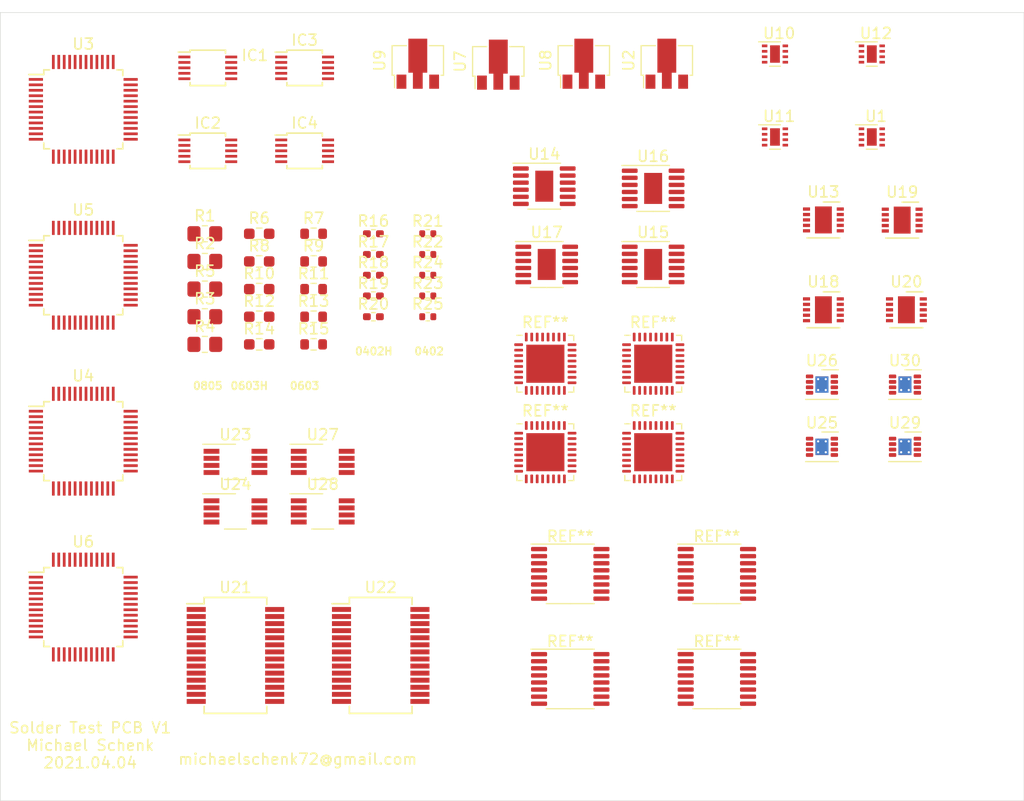
<source format=kicad_pcb>
(kicad_pcb (version 20171130) (host pcbnew "(5.1.9-0-10_14)")
  (layers (0 F.Cu mixed) (31 B.Cu mixed) (34 B.Paste user) (35 F.Paste user) (36 B.SilkS user) (37 F.SilkS user) (38 B.Mask user) (39 F.Mask user) (44 Edge.Cuts user))
  (net 0 "")
  (net 1 GND)
  (net 2 "Net-(U1-Pad5)")
  (net 3 "Net-(U10-Pad5)")
  (net 4 "Net-(U11-Pad5)")
  (net 5 "Net-(U12-Pad5)")
  (net 6 "Net-(U14-Pad13)")
  (net 7 "Net-(U14-Pad11)")
  (net 8 "Net-(U14-Pad1)")
  (net 9 "Net-(U15-Pad13)")
  (net 10 "Net-(U15-Pad11)")
  (net 11 "Net-(U15-Pad1)")
  (net 12 "Net-(U16-Pad13)")
  (net 13 "Net-(U16-Pad11)")
  (net 14 "Net-(U16-Pad1)")
  (net 15 "Net-(U17-Pad13)")
  (net 16 "Net-(U17-Pad11)")
  (net 17 "Net-(U17-Pad1)")
  (net 18 "Net-(U13-Pad11)")
  (net 19 "Net-(U13-Pad1)")
  (net 20 "Net-(U18-Pad11)")
  (net 21 "Net-(U18-Pad1)")
  (net 22 "Net-(U19-Pad11)")
  (net 23 "Net-(U19-Pad1)")
  (net 24 "Net-(U20-Pad11)")
  (net 25 "Net-(U20-Pad1)")
  (net 26 "Net-(U23-Pad1)")
  (net 27 "Net-(U24-Pad1)")
  (net 28 "Net-(U25-Pad9)")
  (net 29 "Net-(U25-Pad1)")
  (net 30 "Net-(U26-Pad9)")
  (net 31 "Net-(U26-Pad1)")
  (net 32 "Net-(U27-Pad1)")
  (net 33 "Net-(U28-Pad1)")
  (net 34 "Net-(U29-Pad9)")
  (net 35 "Net-(U29-Pad1)")
  (net 36 "Net-(U30-Pad9)")
  (net 37 "Net-(U30-Pad1)")
  (module Package_DFN_QFN:VQFN-32-1EP_5x5mm_P0.5mm_EP3.5x3.5mm (layer F.Cu) (at 167.894 94.996)
    (fp_text reference REF** (at 0 -3.8) (layer F.SilkS))
    (fp_text value VQFN-32-1EP_5x5mm_P0.5mm_EP3.5x3.5mm)
    (pad 33 smd rect (at 0 0) (size 3.5 3.5) (layers F.Cu F.Mask))
    (pad 32 smd roundrect (at -1.75 -2.45) (size 0.25 0.8) (layers F.Cu F.Paste F.Mask))
    (pad 31 smd roundrect (at -1.25 -2.45) (size 0.25 0.8) (layers F.Cu F.Paste F.Mask))
    (pad 30 smd roundrect (at -0.75 -2.45) (size 0.25 0.8) (layers F.Cu F.Paste F.Mask))
    (pad 29 smd roundrect (at -0.25 -2.45) (size 0.25 0.8) (layers F.Cu F.Paste F.Mask))
    (pad 28 smd roundrect (at 0.25 -2.45) (size 0.25 0.8) (layers F.Cu F.Paste F.Mask))
    (pad 27 smd roundrect (at 0.75 -2.45) (size 0.25 0.8) (layers F.Cu F.Paste F.Mask))
    (pad 26 smd roundrect (at 1.25 -2.45) (size 0.25 0.8) (layers F.Cu F.Paste F.Mask))
    (pad 25 smd roundrect (at 1.75 -2.45) (size 0.25 0.8) (layers F.Cu F.Paste F.Mask))
    (pad 24 smd roundrect (at 2.45 -1.75) (size 0.8 0.25) (layers F.Cu F.Paste F.Mask))
    (pad 23 smd roundrect (at 2.45 -1.25) (size 0.8 0.25) (layers F.Cu F.Paste F.Mask))
    (pad 22 smd roundrect (at 2.45 -0.75) (size 0.8 0.25) (layers F.Cu F.Paste F.Mask))
    (pad 21 smd roundrect (at 2.45 -0.25) (size 0.8 0.25) (layers F.Cu F.Paste F.Mask))
    (pad 20 smd roundrect (at 2.45 0.25) (size 0.8 0.25) (layers F.Cu F.Paste F.Mask))
    (pad 19 smd roundrect (at 2.45 0.75) (size 0.8 0.25) (layers F.Cu F.Paste F.Mask))
    (pad 18 smd roundrect (at 2.45 1.25) (size 0.8 0.25) (layers F.Cu F.Paste F.Mask))
    (pad 17 smd roundrect (at 2.45 1.75) (size 0.8 0.25) (layers F.Cu F.Paste F.Mask))
    (pad 16 smd roundrect (at 1.75 2.45) (size 0.25 0.8) (layers F.Cu F.Paste F.Mask))
    (pad 15 smd roundrect (at 1.25 2.45) (size 0.25 0.8) (layers F.Cu F.Paste F.Mask))
    (pad 14 smd roundrect (at 0.75 2.45) (size 0.25 0.8) (layers F.Cu F.Paste F.Mask))
    (pad 13 smd roundrect (at 0.25 2.45) (size 0.25 0.8) (layers F.Cu F.Paste F.Mask))
    (pad 12 smd roundrect (at -0.25 2.45) (size 0.25 0.8) (layers F.Cu F.Paste F.Mask))
    (pad 11 smd roundrect (at -0.75 2.45) (size 0.25 0.8) (layers F.Cu F.Paste F.Mask))
    (pad 10 smd roundrect (at -1.25 2.45) (size 0.25 0.8) (layers F.Cu F.Paste F.Mask))
    (pad 9 smd roundrect (at -1.75 2.45) (size 0.25 0.8) (layers F.Cu F.Paste F.Mask))
    (pad 8 smd roundrect (at -2.45 1.75) (size 0.8 0.25) (layers F.Cu F.Paste F.Mask))
    (pad 7 smd roundrect (at -2.45 1.25) (size 0.8 0.25) (layers F.Cu F.Paste F.Mask))
    (pad 6 smd roundrect (at -2.45 0.75) (size 0.8 0.25) (layers F.Cu F.Paste F.Mask))
    (pad 5 smd roundrect (at -2.45 0.25) (size 0.8 0.25) (layers F.Cu F.Paste F.Mask))
    (pad 4 smd roundrect (at -2.45 -0.25) (size 0.8 0.25) (layers F.Cu F.Paste F.Mask))
    (pad 3 smd roundrect (at -2.45 -0.75) (size 0.8 0.25) (layers F.Cu F.Paste F.Mask))
    (pad 2 smd roundrect (at -2.45 -1.25) (size 0.8 0.25) (layers F.Cu F.Paste F.Mask))
    (pad 1 smd roundrect (at -2.45 -1.75) (size 0.8 0.25) (layers F.Cu F.Paste F.Mask))
  )
  (module Package_DFN_QFN:VQFN-32-1EP_5x5mm_P0.5mm_EP3.5x3.5mm (layer F.Cu) (at 157.988 94.996)
    (fp_text reference REF** (at 0 -3.8) (layer F.SilkS))
    (fp_text value VQFN-32-1EP_5x5mm_P0.5mm_EP3.5x3.5mm)
    (pad 1 smd roundrect (at -2.45 -1.75) (size 0.8 0.25) (layers F.Cu F.Paste F.Mask))
    (pad 2 smd roundrect (at -2.45 -1.25) (size 0.8 0.25) (layers F.Cu F.Paste F.Mask))
    (pad 3 smd roundrect (at -2.45 -0.75) (size 0.8 0.25) (layers F.Cu F.Paste F.Mask))
    (pad 4 smd roundrect (at -2.45 -0.25) (size 0.8 0.25) (layers F.Cu F.Paste F.Mask))
    (pad 5 smd roundrect (at -2.45 0.25) (size 0.8 0.25) (layers F.Cu F.Paste F.Mask))
    (pad 6 smd roundrect (at -2.45 0.75) (size 0.8 0.25) (layers F.Cu F.Paste F.Mask))
    (pad 7 smd roundrect (at -2.45 1.25) (size 0.8 0.25) (layers F.Cu F.Paste F.Mask))
    (pad 8 smd roundrect (at -2.45 1.75) (size 0.8 0.25) (layers F.Cu F.Paste F.Mask))
    (pad 9 smd roundrect (at -1.75 2.45) (size 0.25 0.8) (layers F.Cu F.Paste F.Mask))
    (pad 10 smd roundrect (at -1.25 2.45) (size 0.25 0.8) (layers F.Cu F.Paste F.Mask))
    (pad 11 smd roundrect (at -0.75 2.45) (size 0.25 0.8) (layers F.Cu F.Paste F.Mask))
    (pad 12 smd roundrect (at -0.25 2.45) (size 0.25 0.8) (layers F.Cu F.Paste F.Mask))
    (pad 13 smd roundrect (at 0.25 2.45) (size 0.25 0.8) (layers F.Cu F.Paste F.Mask))
    (pad 14 smd roundrect (at 0.75 2.45) (size 0.25 0.8) (layers F.Cu F.Paste F.Mask))
    (pad 15 smd roundrect (at 1.25 2.45) (size 0.25 0.8) (layers F.Cu F.Paste F.Mask))
    (pad 16 smd roundrect (at 1.75 2.45) (size 0.25 0.8) (layers F.Cu F.Paste F.Mask))
    (pad 17 smd roundrect (at 2.45 1.75) (size 0.8 0.25) (layers F.Cu F.Paste F.Mask))
    (pad 18 smd roundrect (at 2.45 1.25) (size 0.8 0.25) (layers F.Cu F.Paste F.Mask))
    (pad 19 smd roundrect (at 2.45 0.75) (size 0.8 0.25) (layers F.Cu F.Paste F.Mask))
    (pad 20 smd roundrect (at 2.45 0.25) (size 0.8 0.25) (layers F.Cu F.Paste F.Mask))
    (pad 21 smd roundrect (at 2.45 -0.25) (size 0.8 0.25) (layers F.Cu F.Paste F.Mask))
    (pad 22 smd roundrect (at 2.45 -0.75) (size 0.8 0.25) (layers F.Cu F.Paste F.Mask))
    (pad 23 smd roundrect (at 2.45 -1.25) (size 0.8 0.25) (layers F.Cu F.Paste F.Mask))
    (pad 24 smd roundrect (at 2.45 -1.75) (size 0.8 0.25) (layers F.Cu F.Paste F.Mask))
    (pad 25 smd roundrect (at 1.75 -2.45) (size 0.25 0.8) (layers F.Cu F.Paste F.Mask))
    (pad 26 smd roundrect (at 1.25 -2.45) (size 0.25 0.8) (layers F.Cu F.Paste F.Mask))
    (pad 27 smd roundrect (at 0.75 -2.45) (size 0.25 0.8) (layers F.Cu F.Paste F.Mask))
    (pad 28 smd roundrect (at 0.25 -2.45) (size 0.25 0.8) (layers F.Cu F.Paste F.Mask))
    (pad 29 smd roundrect (at -0.25 -2.45) (size 0.25 0.8) (layers F.Cu F.Paste F.Mask))
    (pad 30 smd roundrect (at -0.75 -2.45) (size 0.25 0.8) (layers F.Cu F.Paste F.Mask))
    (pad 31 smd roundrect (at -1.25 -2.45) (size 0.25 0.8) (layers F.Cu F.Paste F.Mask))
    (pad 32 smd roundrect (at -1.75 -2.45) (size 0.25 0.8) (layers F.Cu F.Paste F.Mask))
    (pad 33 smd rect (at 0 0) (size 3.5 3.5) (layers F.Cu F.Mask))
  )
  (module Package_DFN_QFN:VQFN-32-1EP_5x5mm_P0.5mm_EP3.5x3.5mm (layer F.Cu) (at 167.894 86.868)
    (fp_text reference REF** (at 0 -3.8) (layer F.SilkS))
    (fp_text value VQFN-32-1EP_5x5mm_P0.5mm_EP3.5x3.5mm)
    (pad 1 smd roundrect (at -2.45 -1.75) (size 0.8 0.25) (layers F.Cu F.Paste F.Mask))
    (pad 2 smd roundrect (at -2.45 -1.25) (size 0.8 0.25) (layers F.Cu F.Paste F.Mask))
    (pad 3 smd roundrect (at -2.45 -0.75) (size 0.8 0.25) (layers F.Cu F.Paste F.Mask))
    (pad 4 smd roundrect (at -2.45 -0.25) (size 0.8 0.25) (layers F.Cu F.Paste F.Mask))
    (pad 5 smd roundrect (at -2.45 0.25) (size 0.8 0.25) (layers F.Cu F.Paste F.Mask))
    (pad 6 smd roundrect (at -2.45 0.75) (size 0.8 0.25) (layers F.Cu F.Paste F.Mask))
    (pad 7 smd roundrect (at -2.45 1.25) (size 0.8 0.25) (layers F.Cu F.Paste F.Mask))
    (pad 8 smd roundrect (at -2.45 1.75) (size 0.8 0.25) (layers F.Cu F.Paste F.Mask))
    (pad 9 smd roundrect (at -1.75 2.45) (size 0.25 0.8) (layers F.Cu F.Paste F.Mask))
    (pad 10 smd roundrect (at -1.25 2.45) (size 0.25 0.8) (layers F.Cu F.Paste F.Mask))
    (pad 11 smd roundrect (at -0.75 2.45) (size 0.25 0.8) (layers F.Cu F.Paste F.Mask))
    (pad 12 smd roundrect (at -0.25 2.45) (size 0.25 0.8) (layers F.Cu F.Paste F.Mask))
    (pad 13 smd roundrect (at 0.25 2.45) (size 0.25 0.8) (layers F.Cu F.Paste F.Mask))
    (pad 14 smd roundrect (at 0.75 2.45) (size 0.25 0.8) (layers F.Cu F.Paste F.Mask))
    (pad 15 smd roundrect (at 1.25 2.45) (size 0.25 0.8) (layers F.Cu F.Paste F.Mask))
    (pad 16 smd roundrect (at 1.75 2.45) (size 0.25 0.8) (layers F.Cu F.Paste F.Mask))
    (pad 17 smd roundrect (at 2.45 1.75) (size 0.8 0.25) (layers F.Cu F.Paste F.Mask))
    (pad 18 smd roundrect (at 2.45 1.25) (size 0.8 0.25) (layers F.Cu F.Paste F.Mask))
    (pad 19 smd roundrect (at 2.45 0.75) (size 0.8 0.25) (layers F.Cu F.Paste F.Mask))
    (pad 20 smd roundrect (at 2.45 0.25) (size 0.8 0.25) (layers F.Cu F.Paste F.Mask))
    (pad 21 smd roundrect (at 2.45 -0.25) (size 0.8 0.25) (layers F.Cu F.Paste F.Mask))
    (pad 22 smd roundrect (at 2.45 -0.75) (size 0.8 0.25) (layers F.Cu F.Paste F.Mask))
    (pad 23 smd roundrect (at 2.45 -1.25) (size 0.8 0.25) (layers F.Cu F.Paste F.Mask))
    (pad 24 smd roundrect (at 2.45 -1.75) (size 0.8 0.25) (layers F.Cu F.Paste F.Mask))
    (pad 25 smd roundrect (at 1.75 -2.45) (size 0.25 0.8) (layers F.Cu F.Paste F.Mask))
    (pad 26 smd roundrect (at 1.25 -2.45) (size 0.25 0.8) (layers F.Cu F.Paste F.Mask))
    (pad 27 smd roundrect (at 0.75 -2.45) (size 0.25 0.8) (layers F.Cu F.Paste F.Mask))
    (pad 28 smd roundrect (at 0.25 -2.45) (size 0.25 0.8) (layers F.Cu F.Paste F.Mask))
    (pad 29 smd roundrect (at -0.25 -2.45) (size 0.25 0.8) (layers F.Cu F.Paste F.Mask))
    (pad 30 smd roundrect (at -0.75 -2.45) (size 0.25 0.8) (layers F.Cu F.Paste F.Mask))
    (pad 31 smd roundrect (at -1.25 -2.45) (size 0.25 0.8) (layers F.Cu F.Paste F.Mask))
    (pad 32 smd roundrect (at -1.75 -2.45) (size 0.25 0.8) (layers F.Cu F.Paste F.Mask))
    (pad 33 smd rect (at 0 0) (size 3.5 3.5) (layers F.Cu F.Mask))
  )
  (module Package_DFN_QFN:VQFN-32-1EP_5x5mm_P0.5mm_EP3.5x3.5mm (layer F.Cu) (at 157.988 86.868)
    (fp_text reference REF** (at 0 -3.8) (layer F.SilkS))
    (fp_text value VQFN-32-1EP_5x5mm_P0.5mm_EP3.5x3.5mm)
    (pad 33 smd rect (at 0 0) (size 3.5 3.5) (layers F.Cu F.Mask))
    (pad 32 smd roundrect (at -1.75 -2.45) (size 0.25 0.8) (layers F.Cu F.Paste F.Mask))
    (pad 31 smd roundrect (at -1.25 -2.45) (size 0.25 0.8) (layers F.Cu F.Paste F.Mask))
    (pad 30 smd roundrect (at -0.75 -2.45) (size 0.25 0.8) (layers F.Cu F.Paste F.Mask))
    (pad 29 smd roundrect (at -0.25 -2.45) (size 0.25 0.8) (layers F.Cu F.Paste F.Mask))
    (pad 28 smd roundrect (at 0.25 -2.45) (size 0.25 0.8) (layers F.Cu F.Paste F.Mask))
    (pad 27 smd roundrect (at 0.75 -2.45) (size 0.25 0.8) (layers F.Cu F.Paste F.Mask))
    (pad 26 smd roundrect (at 1.25 -2.45) (size 0.25 0.8) (layers F.Cu F.Paste F.Mask))
    (pad 25 smd roundrect (at 1.75 -2.45) (size 0.25 0.8) (layers F.Cu F.Paste F.Mask))
    (pad 24 smd roundrect (at 2.45 -1.75) (size 0.8 0.25) (layers F.Cu F.Paste F.Mask))
    (pad 23 smd roundrect (at 2.45 -1.25) (size 0.8 0.25) (layers F.Cu F.Paste F.Mask))
    (pad 22 smd roundrect (at 2.45 -0.75) (size 0.8 0.25) (layers F.Cu F.Paste F.Mask))
    (pad 21 smd roundrect (at 2.45 -0.25) (size 0.8 0.25) (layers F.Cu F.Paste F.Mask))
    (pad 20 smd roundrect (at 2.45 0.25) (size 0.8 0.25) (layers F.Cu F.Paste F.Mask))
    (pad 19 smd roundrect (at 2.45 0.75) (size 0.8 0.25) (layers F.Cu F.Paste F.Mask))
    (pad 18 smd roundrect (at 2.45 1.25) (size 0.8 0.25) (layers F.Cu F.Paste F.Mask))
    (pad 17 smd roundrect (at 2.45 1.75) (size 0.8 0.25) (layers F.Cu F.Paste F.Mask))
    (pad 16 smd roundrect (at 1.75 2.45) (size 0.25 0.8) (layers F.Cu F.Paste F.Mask))
    (pad 15 smd roundrect (at 1.25 2.45) (size 0.25 0.8) (layers F.Cu F.Paste F.Mask))
    (pad 14 smd roundrect (at 0.75 2.45) (size 0.25 0.8) (layers F.Cu F.Paste F.Mask))
    (pad 13 smd roundrect (at 0.25 2.45) (size 0.25 0.8) (layers F.Cu F.Paste F.Mask))
    (pad 12 smd roundrect (at -0.25 2.45) (size 0.25 0.8) (layers F.Cu F.Paste F.Mask))
    (pad 11 smd roundrect (at -0.75 2.45) (size 0.25 0.8) (layers F.Cu F.Paste F.Mask))
    (pad 10 smd roundrect (at -1.25 2.45) (size 0.25 0.8) (layers F.Cu F.Paste F.Mask))
    (pad 9 smd roundrect (at -1.75 2.45) (size 0.25 0.8) (layers F.Cu F.Paste F.Mask))
    (pad 8 smd roundrect (at -2.45 1.75) (size 0.8 0.25) (layers F.Cu F.Paste F.Mask))
    (pad 7 smd roundrect (at -2.45 1.25) (size 0.8 0.25) (layers F.Cu F.Paste F.Mask))
    (pad 6 smd roundrect (at -2.45 0.75) (size 0.8 0.25) (layers F.Cu F.Paste F.Mask))
    (pad 5 smd roundrect (at -2.45 0.25) (size 0.8 0.25) (layers F.Cu F.Paste F.Mask))
    (pad 4 smd roundrect (at -2.45 -0.25) (size 0.8 0.25) (layers F.Cu F.Paste F.Mask))
    (pad 3 smd roundrect (at -2.45 -0.75) (size 0.8 0.25) (layers F.Cu F.Paste F.Mask))
    (pad 2 smd roundrect (at -2.45 -1.25) (size 0.8 0.25) (layers F.Cu F.Paste F.Mask))
    (pad 1 smd roundrect (at -2.45 -1.75) (size 0.8 0.25) (layers F.Cu F.Paste F.Mask))
  )
  (module Package_SO:TSSOP-16_4.4x5mm_P0.65mm (layer F.Cu) (at 173.736 106.172)
    (fp_text reference REF** (at 0 -3.45) (layer F.SilkS))
    (fp_text value TSSOP-16_4.4x5mm_P0.65mm)
    (pad 16 smd roundrect (at 2.8625 -2.275) (size 1.475 0.4) (layers F.Cu F.Paste F.Mask))
    (pad 15 smd roundrect (at 2.8625 -1.625) (size 1.475 0.4) (layers F.Cu F.Paste F.Mask))
    (pad 14 smd roundrect (at 2.8625 -0.975) (size 1.475 0.4) (layers F.Cu F.Paste F.Mask))
    (pad 13 smd roundrect (at 2.8625 -0.325) (size 1.475 0.4) (layers F.Cu F.Paste F.Mask))
    (pad 12 smd roundrect (at 2.8625 0.325) (size 1.475 0.4) (layers F.Cu F.Paste F.Mask))
    (pad 11 smd roundrect (at 2.8625 0.975) (size 1.475 0.4) (layers F.Cu F.Paste F.Mask))
    (pad 10 smd roundrect (at 2.8625 1.625) (size 1.475 0.4) (layers F.Cu F.Paste F.Mask))
    (pad 9 smd roundrect (at 2.8625 2.275) (size 1.475 0.4) (layers F.Cu F.Paste F.Mask))
    (pad 8 smd roundrect (at -2.8625 2.275) (size 1.475 0.4) (layers F.Cu F.Paste F.Mask))
    (pad 7 smd roundrect (at -2.8625 1.625) (size 1.475 0.4) (layers F.Cu F.Paste F.Mask))
    (pad 6 smd roundrect (at -2.8625 0.975) (size 1.475 0.4) (layers F.Cu F.Paste F.Mask))
    (pad 5 smd roundrect (at -2.8625 0.325) (size 1.475 0.4) (layers F.Cu F.Paste F.Mask))
    (pad 4 smd roundrect (at -2.8625 -0.325) (size 1.475 0.4) (layers F.Cu F.Paste F.Mask))
    (pad 3 smd roundrect (at -2.8625 -0.975) (size 1.475 0.4) (layers F.Cu F.Paste F.Mask))
    (pad 2 smd roundrect (at -2.8625 -1.625) (size 1.475 0.4) (layers F.Cu F.Paste F.Mask))
    (pad 1 smd roundrect (at -2.8625 -2.275) (size 1.475 0.4) (layers F.Cu F.Paste F.Mask))
  )
  (module Package_SO:TSSOP-16_4.4x5mm_P0.65mm (layer F.Cu) (at 160.274 106.172)
    (fp_text reference REF** (at 0 -3.45) (layer F.SilkS))
    (fp_text value TSSOP-16_4.4x5mm_P0.65mm)
    (pad 1 smd roundrect (at -2.8625 -2.275) (size 1.475 0.4) (layers F.Cu F.Paste F.Mask))
    (pad 2 smd roundrect (at -2.8625 -1.625) (size 1.475 0.4) (layers F.Cu F.Paste F.Mask))
    (pad 3 smd roundrect (at -2.8625 -0.975) (size 1.475 0.4) (layers F.Cu F.Paste F.Mask))
    (pad 4 smd roundrect (at -2.8625 -0.325) (size 1.475 0.4) (layers F.Cu F.Paste F.Mask))
    (pad 5 smd roundrect (at -2.8625 0.325) (size 1.475 0.4) (layers F.Cu F.Paste F.Mask))
    (pad 6 smd roundrect (at -2.8625 0.975) (size 1.475 0.4) (layers F.Cu F.Paste F.Mask))
    (pad 7 smd roundrect (at -2.8625 1.625) (size 1.475 0.4) (layers F.Cu F.Paste F.Mask))
    (pad 8 smd roundrect (at -2.8625 2.275) (size 1.475 0.4) (layers F.Cu F.Paste F.Mask))
    (pad 9 smd roundrect (at 2.8625 2.275) (size 1.475 0.4) (layers F.Cu F.Paste F.Mask))
    (pad 10 smd roundrect (at 2.8625 1.625) (size 1.475 0.4) (layers F.Cu F.Paste F.Mask))
    (pad 11 smd roundrect (at 2.8625 0.975) (size 1.475 0.4) (layers F.Cu F.Paste F.Mask))
    (pad 12 smd roundrect (at 2.8625 0.325) (size 1.475 0.4) (layers F.Cu F.Paste F.Mask))
    (pad 13 smd roundrect (at 2.8625 -0.325) (size 1.475 0.4) (layers F.Cu F.Paste F.Mask))
    (pad 14 smd roundrect (at 2.8625 -0.975) (size 1.475 0.4) (layers F.Cu F.Paste F.Mask))
    (pad 15 smd roundrect (at 2.8625 -1.625) (size 1.475 0.4) (layers F.Cu F.Paste F.Mask))
    (pad 16 smd roundrect (at 2.8625 -2.275) (size 1.475 0.4) (layers F.Cu F.Paste F.Mask))
  )
  (module Package_SO:TSSOP-16_4.4x5mm_P0.65mm (layer F.Cu) (at 173.736 115.824)
    (fp_text reference REF** (at 0 -3.45) (layer F.SilkS))
    (fp_text value TSSOP-16_4.4x5mm_P0.65mm)
    (pad 1 smd roundrect (at -2.8625 -2.275) (size 1.475 0.4) (layers F.Cu F.Paste F.Mask))
    (pad 2 smd roundrect (at -2.8625 -1.625) (size 1.475 0.4) (layers F.Cu F.Paste F.Mask))
    (pad 3 smd roundrect (at -2.8625 -0.975) (size 1.475 0.4) (layers F.Cu F.Paste F.Mask))
    (pad 4 smd roundrect (at -2.8625 -0.325) (size 1.475 0.4) (layers F.Cu F.Paste F.Mask))
    (pad 5 smd roundrect (at -2.8625 0.325) (size 1.475 0.4) (layers F.Cu F.Paste F.Mask))
    (pad 6 smd roundrect (at -2.8625 0.975) (size 1.475 0.4) (layers F.Cu F.Paste F.Mask))
    (pad 7 smd roundrect (at -2.8625 1.625) (size 1.475 0.4) (layers F.Cu F.Paste F.Mask))
    (pad 8 smd roundrect (at -2.8625 2.275) (size 1.475 0.4) (layers F.Cu F.Paste F.Mask))
    (pad 9 smd roundrect (at 2.8625 2.275) (size 1.475 0.4) (layers F.Cu F.Paste F.Mask))
    (pad 10 smd roundrect (at 2.8625 1.625) (size 1.475 0.4) (layers F.Cu F.Paste F.Mask))
    (pad 11 smd roundrect (at 2.8625 0.975) (size 1.475 0.4) (layers F.Cu F.Paste F.Mask))
    (pad 12 smd roundrect (at 2.8625 0.325) (size 1.475 0.4) (layers F.Cu F.Paste F.Mask))
    (pad 13 smd roundrect (at 2.8625 -0.325) (size 1.475 0.4) (layers F.Cu F.Paste F.Mask))
    (pad 14 smd roundrect (at 2.8625 -0.975) (size 1.475 0.4) (layers F.Cu F.Paste F.Mask))
    (pad 15 smd roundrect (at 2.8625 -1.625) (size 1.475 0.4) (layers F.Cu F.Paste F.Mask))
    (pad 16 smd roundrect (at 2.8625 -2.275) (size 1.475 0.4) (layers F.Cu F.Paste F.Mask))
  )
  (module Package_SO:TSSOP-16_4.4x5mm_P0.65mm (layer F.Cu) (at 160.274 115.824)
    (fp_text reference REF** (at 0 -3.45) (layer F.SilkS))
    (fp_text value TSSOP-16_4.4x5mm_P0.65mm)
    (pad 16 smd roundrect (at 2.8625 -2.275) (size 1.475 0.4) (layers F.Cu F.Paste F.Mask))
    (pad 15 smd roundrect (at 2.8625 -1.625) (size 1.475 0.4) (layers F.Cu F.Paste F.Mask))
    (pad 14 smd roundrect (at 2.8625 -0.975) (size 1.475 0.4) (layers F.Cu F.Paste F.Mask))
    (pad 13 smd roundrect (at 2.8625 -0.325) (size 1.475 0.4) (layers F.Cu F.Paste F.Mask))
    (pad 12 smd roundrect (at 2.8625 0.325) (size 1.475 0.4) (layers F.Cu F.Paste F.Mask))
    (pad 11 smd roundrect (at 2.8625 0.975) (size 1.475 0.4) (layers F.Cu F.Paste F.Mask))
    (pad 10 smd roundrect (at 2.8625 1.625) (size 1.475 0.4) (layers F.Cu F.Paste F.Mask))
    (pad 9 smd roundrect (at 2.8625 2.275) (size 1.475 0.4) (layers F.Cu F.Paste F.Mask))
    (pad 8 smd roundrect (at -2.8625 2.275) (size 1.475 0.4) (layers F.Cu F.Paste F.Mask))
    (pad 7 smd roundrect (at -2.8625 1.625) (size 1.475 0.4) (layers F.Cu F.Paste F.Mask))
    (pad 6 smd roundrect (at -2.8625 0.975) (size 1.475 0.4) (layers F.Cu F.Paste F.Mask))
    (pad 5 smd roundrect (at -2.8625 0.325) (size 1.475 0.4) (layers F.Cu F.Paste F.Mask))
    (pad 4 smd roundrect (at -2.8625 -0.325) (size 1.475 0.4) (layers F.Cu F.Paste F.Mask))
    (pad 3 smd roundrect (at -2.8625 -0.975) (size 1.475 0.4) (layers F.Cu F.Paste F.Mask))
    (pad 2 smd roundrect (at -2.8625 -1.625) (size 1.475 0.4) (layers F.Cu F.Paste F.Mask))
    (pad 1 smd roundrect (at -2.8625 -2.275) (size 1.475 0.4) (layers F.Cu F.Paste F.Mask))
  )
  (module Package_SON:WSON-8-1EP_3x2.5mm_P0.5mm_EP1.2x1.5mm_PullBack_ThermalVias (layer F.Cu) (at 191.0025 88.785)
    (fp_text reference U30 (at 0 -2.2) (layer F.SilkS))
    (fp_text value LP3982ILD-1.8)
    (pad 9 smd rect (at 0 0) (size 1.2 1.5) (layers B.Cu) (net 36 "Net-(U30-Pad9)"))
    (pad 9 thru_hole circle (at 0.35 0.5) (size 0.5 0.5) (drill 0.2) (layers *.Cu) (net 36 "Net-(U30-Pad9)"))
    (pad 9 thru_hole circle (at -0.35 0.5) (size 0.5 0.5) (drill 0.2) (layers *.Cu) (net 36 "Net-(U30-Pad9)"))
    (pad 9 thru_hole circle (at 0.35 -0.5) (size 0.5 0.5) (drill 0.2) (layers *.Cu) (net 36 "Net-(U30-Pad9)"))
    (pad 9 thru_hole circle (at -0.35 -0.5) (size 0.5 0.5) (drill 0.2) (layers *.Cu) (net 36 "Net-(U30-Pad9)"))
    (pad 9 smd rect (at 0 0) (size 1.2 1.5) (layers F.Cu F.Mask) (net 36 "Net-(U30-Pad9)"))
    (pad 8 smd roundrect (at 1.1375 -0.75) (size 0.675 0.35) (layers F.Cu F.Paste F.Mask))
    (pad 7 smd roundrect (at 1.1375 -0.25) (size 0.675 0.35) (layers F.Cu F.Paste F.Mask))
    (pad 6 smd roundrect (at 1.1375 0.25) (size 0.675 0.35) (layers F.Cu F.Paste F.Mask))
    (pad 5 smd roundrect (at 1.1375 0.75) (size 0.675 0.35) (layers F.Cu F.Paste F.Mask))
    (pad 4 smd roundrect (at -1.1375 0.75) (size 0.675 0.35) (layers F.Cu F.Paste F.Mask) (net 37 "Net-(U30-Pad1)"))
    (pad 3 smd roundrect (at -1.1375 0.25) (size 0.675 0.35) (layers F.Cu F.Paste F.Mask))
    (pad 2 smd roundrect (at -1.1375 -0.25) (size 0.675 0.35) (layers F.Cu F.Paste F.Mask))
    (pad 1 smd roundrect (at -1.1375 -0.75) (size 0.675 0.35) (layers F.Cu F.Paste F.Mask) (net 37 "Net-(U30-Pad1)"))
  )
  (module Package_SON:WSON-8-1EP_3x2.5mm_P0.5mm_EP1.2x1.5mm_PullBack_ThermalVias (layer F.Cu) (at 191.0025 94.5)
    (fp_text reference U29 (at 0 -2.2) (layer F.SilkS))
    (fp_text value LP3982ILD-1.8)
    (pad 9 smd rect (at 0 0) (size 1.2 1.5) (layers B.Cu) (net 34 "Net-(U29-Pad9)"))
    (pad 9 thru_hole circle (at 0.35 0.5) (size 0.5 0.5) (drill 0.2) (layers *.Cu) (net 34 "Net-(U29-Pad9)"))
    (pad 9 thru_hole circle (at -0.35 0.5) (size 0.5 0.5) (drill 0.2) (layers *.Cu) (net 34 "Net-(U29-Pad9)"))
    (pad 9 thru_hole circle (at 0.35 -0.5) (size 0.5 0.5) (drill 0.2) (layers *.Cu) (net 34 "Net-(U29-Pad9)"))
    (pad 9 thru_hole circle (at -0.35 -0.5) (size 0.5 0.5) (drill 0.2) (layers *.Cu) (net 34 "Net-(U29-Pad9)"))
    (pad 9 smd rect (at 0 0) (size 1.2 1.5) (layers F.Cu F.Mask) (net 34 "Net-(U29-Pad9)"))
    (pad 8 smd roundrect (at 1.1375 -0.75) (size 0.675 0.35) (layers F.Cu F.Paste F.Mask))
    (pad 7 smd roundrect (at 1.1375 -0.25) (size 0.675 0.35) (layers F.Cu F.Paste F.Mask))
    (pad 6 smd roundrect (at 1.1375 0.25) (size 0.675 0.35) (layers F.Cu F.Paste F.Mask))
    (pad 5 smd roundrect (at 1.1375 0.75) (size 0.675 0.35) (layers F.Cu F.Paste F.Mask))
    (pad 4 smd roundrect (at -1.1375 0.75) (size 0.675 0.35) (layers F.Cu F.Paste F.Mask) (net 35 "Net-(U29-Pad1)"))
    (pad 3 smd roundrect (at -1.1375 0.25) (size 0.675 0.35) (layers F.Cu F.Paste F.Mask))
    (pad 2 smd roundrect (at -1.1375 -0.25) (size 0.675 0.35) (layers F.Cu F.Paste F.Mask))
    (pad 1 smd roundrect (at -1.1375 -0.75) (size 0.675 0.35) (layers F.Cu F.Paste F.Mask) (net 35 "Net-(U29-Pad1)"))
  )
  (module Package_SO:VSSOP-8_3.0x3.0mm_P0.65mm (layer F.Cu) (at 137.55 100.435)
    (fp_text reference U28 (at 0 -2.5) (layer F.SilkS))
    (fp_text value LP3982IMM-1.8)
    (pad 8 smd rect (at 2.2 -0.975 270) (size 0.45 1.45) (layers F.Cu F.Paste F.Mask))
    (pad 7 smd rect (at 2.2 -0.325 270) (size 0.45 1.45) (layers F.Cu F.Paste F.Mask))
    (pad 6 smd rect (at 2.2 0.325 270) (size 0.45 1.45) (layers F.Cu F.Paste F.Mask))
    (pad 5 smd rect (at 2.2 0.975 270) (size 0.45 1.45) (layers F.Cu F.Paste F.Mask))
    (pad 4 smd rect (at -2.2 0.975 270) (size 0.45 1.45) (layers F.Cu F.Paste F.Mask) (net 33 "Net-(U28-Pad1)"))
    (pad 3 smd rect (at -2.2 0.325 270) (size 0.45 1.45) (layers F.Cu F.Paste F.Mask))
    (pad 2 smd rect (at -2.2 -0.325 270) (size 0.45 1.45) (layers F.Cu F.Paste F.Mask))
    (pad 1 smd rect (at -2.2 -0.975 270) (size 0.45 1.45) (layers F.Cu F.Paste F.Mask) (net 33 "Net-(U28-Pad1)"))
  )
  (module Package_SO:VSSOP-8_3.0x3.0mm_P0.65mm (layer F.Cu) (at 137.55 95.885)
    (fp_text reference U27 (at 0 -2.5) (layer F.SilkS))
    (fp_text value LP3982IMM-1.8)
    (pad 8 smd rect (at 2.2 -0.975 270) (size 0.45 1.45) (layers F.Cu F.Paste F.Mask))
    (pad 7 smd rect (at 2.2 -0.325 270) (size 0.45 1.45) (layers F.Cu F.Paste F.Mask))
    (pad 6 smd rect (at 2.2 0.325 270) (size 0.45 1.45) (layers F.Cu F.Paste F.Mask))
    (pad 5 smd rect (at 2.2 0.975 270) (size 0.45 1.45) (layers F.Cu F.Paste F.Mask))
    (pad 4 smd rect (at -2.2 0.975 270) (size 0.45 1.45) (layers F.Cu F.Paste F.Mask) (net 32 "Net-(U27-Pad1)"))
    (pad 3 smd rect (at -2.2 0.325 270) (size 0.45 1.45) (layers F.Cu F.Paste F.Mask))
    (pad 2 smd rect (at -2.2 -0.325 270) (size 0.45 1.45) (layers F.Cu F.Paste F.Mask))
    (pad 1 smd rect (at -2.2 -0.975 270) (size 0.45 1.45) (layers F.Cu F.Paste F.Mask) (net 32 "Net-(U27-Pad1)"))
  )
  (module Package_SON:WSON-8-1EP_3x2.5mm_P0.5mm_EP1.2x1.5mm_PullBack_ThermalVias (layer F.Cu) (at 183.3825 88.785)
    (fp_text reference U26 (at 0 -2.2) (layer F.SilkS))
    (fp_text value LP3982ILD-1.8)
    (pad 9 smd rect (at 0 0) (size 1.2 1.5) (layers B.Cu) (net 30 "Net-(U26-Pad9)"))
    (pad 9 thru_hole circle (at 0.35 0.5) (size 0.5 0.5) (drill 0.2) (layers *.Cu) (net 30 "Net-(U26-Pad9)"))
    (pad 9 thru_hole circle (at -0.35 0.5) (size 0.5 0.5) (drill 0.2) (layers *.Cu) (net 30 "Net-(U26-Pad9)"))
    (pad 9 thru_hole circle (at 0.35 -0.5) (size 0.5 0.5) (drill 0.2) (layers *.Cu) (net 30 "Net-(U26-Pad9)"))
    (pad 9 thru_hole circle (at -0.35 -0.5) (size 0.5 0.5) (drill 0.2) (layers *.Cu) (net 30 "Net-(U26-Pad9)"))
    (pad 9 smd rect (at 0 0) (size 1.2 1.5) (layers F.Cu F.Mask) (net 30 "Net-(U26-Pad9)"))
    (pad 8 smd roundrect (at 1.1375 -0.75) (size 0.675 0.35) (layers F.Cu F.Paste F.Mask))
    (pad 7 smd roundrect (at 1.1375 -0.25) (size 0.675 0.35) (layers F.Cu F.Paste F.Mask))
    (pad 6 smd roundrect (at 1.1375 0.25) (size 0.675 0.35) (layers F.Cu F.Paste F.Mask))
    (pad 5 smd roundrect (at 1.1375 0.75) (size 0.675 0.35) (layers F.Cu F.Paste F.Mask))
    (pad 4 smd roundrect (at -1.1375 0.75) (size 0.675 0.35) (layers F.Cu F.Paste F.Mask) (net 31 "Net-(U26-Pad1)"))
    (pad 3 smd roundrect (at -1.1375 0.25) (size 0.675 0.35) (layers F.Cu F.Paste F.Mask))
    (pad 2 smd roundrect (at -1.1375 -0.25) (size 0.675 0.35) (layers F.Cu F.Paste F.Mask))
    (pad 1 smd roundrect (at -1.1375 -0.75) (size 0.675 0.35) (layers F.Cu F.Paste F.Mask) (net 31 "Net-(U26-Pad1)"))
  )
  (module Package_SON:WSON-8-1EP_3x2.5mm_P0.5mm_EP1.2x1.5mm_PullBack_ThermalVias (layer F.Cu) (at 183.3825 94.5)
    (fp_text reference U25 (at 0 -2.2) (layer F.SilkS))
    (fp_text value LP3982ILD-1.8)
    (pad 9 smd rect (at 0 0) (size 1.2 1.5) (layers B.Cu) (net 28 "Net-(U25-Pad9)"))
    (pad 9 thru_hole circle (at 0.35 0.5) (size 0.5 0.5) (drill 0.2) (layers *.Cu) (net 28 "Net-(U25-Pad9)"))
    (pad 9 thru_hole circle (at -0.35 0.5) (size 0.5 0.5) (drill 0.2) (layers *.Cu) (net 28 "Net-(U25-Pad9)"))
    (pad 9 thru_hole circle (at 0.35 -0.5) (size 0.5 0.5) (drill 0.2) (layers *.Cu) (net 28 "Net-(U25-Pad9)"))
    (pad 9 thru_hole circle (at -0.35 -0.5) (size 0.5 0.5) (drill 0.2) (layers *.Cu) (net 28 "Net-(U25-Pad9)"))
    (pad 9 smd rect (at 0 0) (size 1.2 1.5) (layers F.Cu F.Mask) (net 28 "Net-(U25-Pad9)"))
    (pad 8 smd roundrect (at 1.1375 -0.75) (size 0.675 0.35) (layers F.Cu F.Paste F.Mask))
    (pad 7 smd roundrect (at 1.1375 -0.25) (size 0.675 0.35) (layers F.Cu F.Paste F.Mask))
    (pad 6 smd roundrect (at 1.1375 0.25) (size 0.675 0.35) (layers F.Cu F.Paste F.Mask))
    (pad 5 smd roundrect (at 1.1375 0.75) (size 0.675 0.35) (layers F.Cu F.Paste F.Mask))
    (pad 4 smd roundrect (at -1.1375 0.75) (size 0.675 0.35) (layers F.Cu F.Paste F.Mask) (net 29 "Net-(U25-Pad1)"))
    (pad 3 smd roundrect (at -1.1375 0.25) (size 0.675 0.35) (layers F.Cu F.Paste F.Mask))
    (pad 2 smd roundrect (at -1.1375 -0.25) (size 0.675 0.35) (layers F.Cu F.Paste F.Mask))
    (pad 1 smd roundrect (at -1.1375 -0.75) (size 0.675 0.35) (layers F.Cu F.Paste F.Mask) (net 29 "Net-(U25-Pad1)"))
  )
  (module Package_SO:VSSOP-8_3.0x3.0mm_P0.65mm (layer F.Cu) (at 129.54 100.435)
    (fp_text reference U24 (at 0 -2.5) (layer F.SilkS))
    (fp_text value LP3982IMM-1.8)
    (pad 8 smd rect (at 2.2 -0.975 270) (size 0.45 1.45) (layers F.Cu F.Paste F.Mask))
    (pad 7 smd rect (at 2.2 -0.325 270) (size 0.45 1.45) (layers F.Cu F.Paste F.Mask))
    (pad 6 smd rect (at 2.2 0.325 270) (size 0.45 1.45) (layers F.Cu F.Paste F.Mask))
    (pad 5 smd rect (at 2.2 0.975 270) (size 0.45 1.45) (layers F.Cu F.Paste F.Mask))
    (pad 4 smd rect (at -2.2 0.975 270) (size 0.45 1.45) (layers F.Cu F.Paste F.Mask) (net 27 "Net-(U24-Pad1)"))
    (pad 3 smd rect (at -2.2 0.325 270) (size 0.45 1.45) (layers F.Cu F.Paste F.Mask))
    (pad 2 smd rect (at -2.2 -0.325 270) (size 0.45 1.45) (layers F.Cu F.Paste F.Mask))
    (pad 1 smd rect (at -2.2 -0.975 270) (size 0.45 1.45) (layers F.Cu F.Paste F.Mask) (net 27 "Net-(U24-Pad1)"))
  )
  (module Package_SO:VSSOP-8_3.0x3.0mm_P0.65mm (layer F.Cu) (at 129.54 95.885)
    (fp_text reference U23 (at 0 -2.5) (layer F.SilkS))
    (fp_text value LP3982IMM-1.8)
    (pad 8 smd rect (at 2.2 -0.975 270) (size 0.45 1.45) (layers F.Cu F.Paste F.Mask))
    (pad 7 smd rect (at 2.2 -0.325 270) (size 0.45 1.45) (layers F.Cu F.Paste F.Mask))
    (pad 6 smd rect (at 2.2 0.325 270) (size 0.45 1.45) (layers F.Cu F.Paste F.Mask))
    (pad 5 smd rect (at 2.2 0.975 270) (size 0.45 1.45) (layers F.Cu F.Paste F.Mask))
    (pad 4 smd rect (at -2.2 0.975 270) (size 0.45 1.45) (layers F.Cu F.Paste F.Mask) (net 26 "Net-(U23-Pad1)"))
    (pad 3 smd rect (at -2.2 0.325 270) (size 0.45 1.45) (layers F.Cu F.Paste F.Mask))
    (pad 2 smd rect (at -2.2 -0.325 270) (size 0.45 1.45) (layers F.Cu F.Paste F.Mask))
    (pad 1 smd rect (at -2.2 -0.975 270) (size 0.45 1.45) (layers F.Cu F.Paste F.Mask) (net 26 "Net-(U23-Pad1)"))
  )
  (module Package_SO:SSOP-28_5.3x10.2mm_P0.65mm (layer F.Cu) (at 142.875 113.665)
    (fp_text reference U22 (at 0 -6.25) (layer F.SilkS))
    (fp_text value PCM1792A)
    (pad 28 smd rect (at 3.6 -4.225) (size 1.75 0.45) (layers F.Cu F.Paste F.Mask))
    (pad 27 smd rect (at 3.6 -3.575) (size 1.75 0.45) (layers F.Cu F.Paste F.Mask))
    (pad 26 smd rect (at 3.6 -2.925) (size 1.75 0.45) (layers F.Cu F.Paste F.Mask))
    (pad 25 smd rect (at 3.6 -2.275) (size 1.75 0.45) (layers F.Cu F.Paste F.Mask))
    (pad 24 smd rect (at 3.6 -1.625) (size 1.75 0.45) (layers F.Cu F.Paste F.Mask))
    (pad 23 smd rect (at 3.6 -0.975) (size 1.75 0.45) (layers F.Cu F.Paste F.Mask))
    (pad 22 smd rect (at 3.6 -0.325) (size 1.75 0.45) (layers F.Cu F.Paste F.Mask))
    (pad 21 smd rect (at 3.6 0.325) (size 1.75 0.45) (layers F.Cu F.Paste F.Mask))
    (pad 20 smd rect (at 3.6 0.975) (size 1.75 0.45) (layers F.Cu F.Paste F.Mask))
    (pad 19 smd rect (at 3.6 1.625) (size 1.75 0.45) (layers F.Cu F.Paste F.Mask))
    (pad 18 smd rect (at 3.6 2.275) (size 1.75 0.45) (layers F.Cu F.Paste F.Mask))
    (pad 17 smd rect (at 3.6 2.925) (size 1.75 0.45) (layers F.Cu F.Paste F.Mask))
    (pad 16 smd rect (at 3.6 3.575) (size 1.75 0.45) (layers F.Cu F.Paste F.Mask))
    (pad 15 smd rect (at 3.6 4.225) (size 1.75 0.45) (layers F.Cu F.Paste F.Mask))
    (pad 14 smd rect (at -3.6 4.225) (size 1.75 0.45) (layers F.Cu F.Paste F.Mask))
    (pad 13 smd rect (at -3.6 3.575) (size 1.75 0.45) (layers F.Cu F.Paste F.Mask))
    (pad 12 smd rect (at -3.6 2.925) (size 1.75 0.45) (layers F.Cu F.Paste F.Mask))
    (pad 11 smd rect (at -3.6 2.275) (size 1.75 0.45) (layers F.Cu F.Paste F.Mask))
    (pad 10 smd rect (at -3.6 1.625) (size 1.75 0.45) (layers F.Cu F.Paste F.Mask))
    (pad 9 smd rect (at -3.6 0.975) (size 1.75 0.45) (layers F.Cu F.Paste F.Mask))
    (pad 8 smd rect (at -3.6 0.325) (size 1.75 0.45) (layers F.Cu F.Paste F.Mask))
    (pad 7 smd rect (at -3.6 -0.325) (size 1.75 0.45) (layers F.Cu F.Paste F.Mask))
    (pad 6 smd rect (at -3.6 -0.975) (size 1.75 0.45) (layers F.Cu F.Paste F.Mask))
    (pad 5 smd rect (at -3.6 -1.625) (size 1.75 0.45) (layers F.Cu F.Paste F.Mask))
    (pad 4 smd rect (at -3.6 -2.275) (size 1.75 0.45) (layers F.Cu F.Paste F.Mask))
    (pad 3 smd rect (at -3.6 -2.925) (size 1.75 0.45) (layers F.Cu F.Paste F.Mask))
    (pad 2 smd rect (at -3.6 -3.575) (size 1.75 0.45) (layers F.Cu F.Paste F.Mask))
    (pad 1 smd rect (at -3.6 -4.225) (size 1.75 0.45) (layers F.Cu F.Paste F.Mask))
  )
  (module Package_SO:SSOP-28_5.3x10.2mm_P0.65mm (layer F.Cu) (at 129.54 113.665)
    (fp_text reference U21 (at 0 -6.25) (layer F.SilkS))
    (fp_text value PCM1792A)
    (pad 28 smd rect (at 3.6 -4.225) (size 1.75 0.45) (layers F.Cu F.Paste F.Mask))
    (pad 27 smd rect (at 3.6 -3.575) (size 1.75 0.45) (layers F.Cu F.Paste F.Mask))
    (pad 26 smd rect (at 3.6 -2.925) (size 1.75 0.45) (layers F.Cu F.Paste F.Mask))
    (pad 25 smd rect (at 3.6 -2.275) (size 1.75 0.45) (layers F.Cu F.Paste F.Mask))
    (pad 24 smd rect (at 3.6 -1.625) (size 1.75 0.45) (layers F.Cu F.Paste F.Mask))
    (pad 23 smd rect (at 3.6 -0.975) (size 1.75 0.45) (layers F.Cu F.Paste F.Mask))
    (pad 22 smd rect (at 3.6 -0.325) (size 1.75 0.45) (layers F.Cu F.Paste F.Mask))
    (pad 21 smd rect (at 3.6 0.325) (size 1.75 0.45) (layers F.Cu F.Paste F.Mask))
    (pad 20 smd rect (at 3.6 0.975) (size 1.75 0.45) (layers F.Cu F.Paste F.Mask))
    (pad 19 smd rect (at 3.6 1.625) (size 1.75 0.45) (layers F.Cu F.Paste F.Mask))
    (pad 18 smd rect (at 3.6 2.275) (size 1.75 0.45) (layers F.Cu F.Paste F.Mask))
    (pad 17 smd rect (at 3.6 2.925) (size 1.75 0.45) (layers F.Cu F.Paste F.Mask))
    (pad 16 smd rect (at 3.6 3.575) (size 1.75 0.45) (layers F.Cu F.Paste F.Mask))
    (pad 15 smd rect (at 3.6 4.225) (size 1.75 0.45) (layers F.Cu F.Paste F.Mask))
    (pad 14 smd rect (at -3.6 4.225) (size 1.75 0.45) (layers F.Cu F.Paste F.Mask))
    (pad 13 smd rect (at -3.6 3.575) (size 1.75 0.45) (layers F.Cu F.Paste F.Mask))
    (pad 12 smd rect (at -3.6 2.925) (size 1.75 0.45) (layers F.Cu F.Paste F.Mask))
    (pad 11 smd rect (at -3.6 2.275) (size 1.75 0.45) (layers F.Cu F.Paste F.Mask))
    (pad 10 smd rect (at -3.6 1.625) (size 1.75 0.45) (layers F.Cu F.Paste F.Mask))
    (pad 9 smd rect (at -3.6 0.975) (size 1.75 0.45) (layers F.Cu F.Paste F.Mask))
    (pad 8 smd rect (at -3.6 0.325) (size 1.75 0.45) (layers F.Cu F.Paste F.Mask))
    (pad 7 smd rect (at -3.6 -0.325) (size 1.75 0.45) (layers F.Cu F.Paste F.Mask))
    (pad 6 smd rect (at -3.6 -0.975) (size 1.75 0.45) (layers F.Cu F.Paste F.Mask))
    (pad 5 smd rect (at -3.6 -1.625) (size 1.75 0.45) (layers F.Cu F.Paste F.Mask))
    (pad 4 smd rect (at -3.6 -2.275) (size 1.75 0.45) (layers F.Cu F.Paste F.Mask))
    (pad 3 smd rect (at -3.6 -2.925) (size 1.75 0.45) (layers F.Cu F.Paste F.Mask))
    (pad 2 smd rect (at -3.6 -3.575) (size 1.75 0.45) (layers F.Cu F.Paste F.Mask))
    (pad 1 smd rect (at -3.6 -4.225) (size 1.75 0.45) (layers F.Cu F.Paste F.Mask))
  )
  (module Package_DFN_QFN:DFN-10-1EP_3x3mm_P0.5mm_EP1.55x2.48mm (layer F.Cu) (at 191.135 81.915)
    (fp_text reference U20 (at 0 -2.575) (layer F.SilkS))
    (fp_text value LT3045xDD)
    (pad 11 smd rect (at 0 0) (size 1.55 2.48) (layers F.Cu F.Mask) (net 24 "Net-(U20-Pad11)"))
    (pad 10 smd rect (at 1.55 -1) (size 0.65 0.3) (layers F.Cu F.Paste F.Mask))
    (pad 9 smd rect (at 1.55 -0.5) (size 0.65 0.3) (layers F.Cu F.Paste F.Mask))
    (pad 8 smd rect (at 1.55 0) (size 0.65 0.3) (layers F.Cu F.Paste F.Mask) (net 24 "Net-(U20-Pad11)"))
    (pad 7 smd rect (at 1.55 0.5) (size 0.65 0.3) (layers F.Cu F.Paste F.Mask))
    (pad 6 smd rect (at 1.55 1) (size 0.65 0.3) (layers F.Cu F.Paste F.Mask))
    (pad 5 smd rect (at -1.55 1) (size 0.65 0.3) (layers F.Cu F.Paste F.Mask))
    (pad 4 smd rect (at -1.55 0.5) (size 0.65 0.3) (layers F.Cu F.Paste F.Mask))
    (pad 3 smd rect (at -1.55 0) (size 0.65 0.3) (layers F.Cu F.Paste F.Mask))
    (pad 2 smd rect (at -1.55 -0.5) (size 0.65 0.3) (layers F.Cu F.Paste F.Mask) (net 25 "Net-(U20-Pad1)"))
    (pad 1 smd rect (at -1.55 -1) (size 0.65 0.3) (layers F.Cu F.Paste F.Mask) (net 25 "Net-(U20-Pad1)"))
  )
  (module Package_DFN_QFN:DFN-10-1EP_3x3mm_P0.5mm_EP1.55x2.48mm (layer F.Cu) (at 190.7475 73.675)
    (fp_text reference U19 (at 0 -2.575) (layer F.SilkS))
    (fp_text value LT3045xDD)
    (pad 11 smd rect (at 0 0) (size 1.55 2.48) (layers F.Cu F.Mask) (net 22 "Net-(U19-Pad11)"))
    (pad 10 smd rect (at 1.55 -1) (size 0.65 0.3) (layers F.Cu F.Paste F.Mask))
    (pad 9 smd rect (at 1.55 -0.5) (size 0.65 0.3) (layers F.Cu F.Paste F.Mask))
    (pad 8 smd rect (at 1.55 0) (size 0.65 0.3) (layers F.Cu F.Paste F.Mask) (net 22 "Net-(U19-Pad11)"))
    (pad 7 smd rect (at 1.55 0.5) (size 0.65 0.3) (layers F.Cu F.Paste F.Mask))
    (pad 6 smd rect (at 1.55 1) (size 0.65 0.3) (layers F.Cu F.Paste F.Mask))
    (pad 5 smd rect (at -1.55 1) (size 0.65 0.3) (layers F.Cu F.Paste F.Mask))
    (pad 4 smd rect (at -1.55 0.5) (size 0.65 0.3) (layers F.Cu F.Paste F.Mask))
    (pad 3 smd rect (at -1.55 0) (size 0.65 0.3) (layers F.Cu F.Paste F.Mask))
    (pad 2 smd rect (at -1.55 -0.5) (size 0.65 0.3) (layers F.Cu F.Paste F.Mask) (net 23 "Net-(U19-Pad1)"))
    (pad 1 smd rect (at -1.55 -1) (size 0.65 0.3) (layers F.Cu F.Paste F.Mask) (net 23 "Net-(U19-Pad1)"))
  )
  (module Package_DFN_QFN:DFN-10-1EP_3x3mm_P0.5mm_EP1.55x2.48mm (layer F.Cu) (at 183.515 81.915)
    (fp_text reference U18 (at 0 -2.575) (layer F.SilkS))
    (fp_text value LT3045xDD)
    (pad 11 smd rect (at 0 0) (size 1.55 2.48) (layers F.Cu F.Mask) (net 20 "Net-(U18-Pad11)"))
    (pad 10 smd rect (at 1.55 -1) (size 0.65 0.3) (layers F.Cu F.Paste F.Mask))
    (pad 9 smd rect (at 1.55 -0.5) (size 0.65 0.3) (layers F.Cu F.Paste F.Mask))
    (pad 8 smd rect (at 1.55 0) (size 0.65 0.3) (layers F.Cu F.Paste F.Mask) (net 20 "Net-(U18-Pad11)"))
    (pad 7 smd rect (at 1.55 0.5) (size 0.65 0.3) (layers F.Cu F.Paste F.Mask))
    (pad 6 smd rect (at 1.55 1) (size 0.65 0.3) (layers F.Cu F.Paste F.Mask))
    (pad 5 smd rect (at -1.55 1) (size 0.65 0.3) (layers F.Cu F.Paste F.Mask))
    (pad 4 smd rect (at -1.55 0.5) (size 0.65 0.3) (layers F.Cu F.Paste F.Mask))
    (pad 3 smd rect (at -1.55 0) (size 0.65 0.3) (layers F.Cu F.Paste F.Mask))
    (pad 2 smd rect (at -1.55 -0.5) (size 0.65 0.3) (layers F.Cu F.Paste F.Mask) (net 21 "Net-(U18-Pad1)"))
    (pad 1 smd rect (at -1.55 -1) (size 0.65 0.3) (layers F.Cu F.Paste F.Mask) (net 21 "Net-(U18-Pad1)"))
  )
  (module Package_DFN_QFN:DFN-10-1EP_3x3mm_P0.5mm_EP1.55x2.48mm (layer F.Cu) (at 183.515 73.66)
    (fp_text reference U13 (at 0 -2.575) (layer F.SilkS))
    (fp_text value LT3045xDD)
    (pad 11 smd rect (at 0 0) (size 1.55 2.48) (layers F.Cu F.Mask) (net 18 "Net-(U13-Pad11)"))
    (pad 10 smd rect (at 1.55 -1) (size 0.65 0.3) (layers F.Cu F.Paste F.Mask))
    (pad 9 smd rect (at 1.55 -0.5) (size 0.65 0.3) (layers F.Cu F.Paste F.Mask))
    (pad 8 smd rect (at 1.55 0) (size 0.65 0.3) (layers F.Cu F.Paste F.Mask) (net 18 "Net-(U13-Pad11)"))
    (pad 7 smd rect (at 1.55 0.5) (size 0.65 0.3) (layers F.Cu F.Paste F.Mask))
    (pad 6 smd rect (at 1.55 1) (size 0.65 0.3) (layers F.Cu F.Paste F.Mask))
    (pad 5 smd rect (at -1.55 1) (size 0.65 0.3) (layers F.Cu F.Paste F.Mask))
    (pad 4 smd rect (at -1.55 0.5) (size 0.65 0.3) (layers F.Cu F.Paste F.Mask))
    (pad 3 smd rect (at -1.55 0) (size 0.65 0.3) (layers F.Cu F.Paste F.Mask))
    (pad 2 smd rect (at -1.55 -0.5) (size 0.65 0.3) (layers F.Cu F.Paste F.Mask) (net 19 "Net-(U13-Pad1)"))
    (pad 1 smd rect (at -1.55 -1) (size 0.65 0.3) (layers F.Cu F.Paste F.Mask) (net 19 "Net-(U13-Pad1)"))
  )
  (module Package_SO:MSOP-12-1EP_3x4mm_P0.65mm_EP1.65x2.85mm (layer F.Cu) (at 158.115 77.75)
    (fp_text reference U17 (at 0 -2.95) (layer F.SilkS))
    (fp_text value LT3045xMSE)
    (pad 13 smd rect (at 0 0) (size 1.65 2.85) (layers F.Cu F.Mask) (net 15 "Net-(U17-Pad13)"))
    (pad 12 smd roundrect (at 2.15 -1.625) (size 1.45 0.4) (layers F.Cu F.Paste F.Mask) (net 16 "Net-(U17-Pad11)"))
    (pad 11 smd roundrect (at 2.15 -0.975) (size 1.45 0.4) (layers F.Cu F.Paste F.Mask) (net 16 "Net-(U17-Pad11)"))
    (pad 10 smd roundrect (at 2.15 -0.325) (size 1.45 0.4) (layers F.Cu F.Paste F.Mask))
    (pad 9 smd roundrect (at 2.15 0.325) (size 1.45 0.4) (layers F.Cu F.Paste F.Mask) (net 15 "Net-(U17-Pad13)"))
    (pad 8 smd roundrect (at 2.15 0.975) (size 1.45 0.4) (layers F.Cu F.Paste F.Mask))
    (pad 7 smd roundrect (at 2.15 1.625) (size 1.45 0.4) (layers F.Cu F.Paste F.Mask))
    (pad 6 smd roundrect (at -2.15 1.625) (size 1.45 0.4) (layers F.Cu F.Paste F.Mask))
    (pad 5 smd roundrect (at -2.15 0.975) (size 1.45 0.4) (layers F.Cu F.Paste F.Mask))
    (pad 4 smd roundrect (at -2.15 0.325) (size 1.45 0.4) (layers F.Cu F.Paste F.Mask))
    (pad 3 smd roundrect (at -2.15 -0.325) (size 1.45 0.4) (layers F.Cu F.Paste F.Mask) (net 17 "Net-(U17-Pad1)"))
    (pad 2 smd roundrect (at -2.15 -0.975) (size 1.45 0.4) (layers F.Cu F.Paste F.Mask) (net 17 "Net-(U17-Pad1)"))
    (pad 1 smd roundrect (at -2.15 -1.625) (size 1.45 0.4) (layers F.Cu F.Paste F.Mask) (net 17 "Net-(U17-Pad1)"))
  )
  (module Package_SO:MSOP-12-1EP_3x4mm_P0.65mm_EP1.65x2.85mm (layer F.Cu) (at 167.885 70.765)
    (fp_text reference U16 (at 0 -2.95) (layer F.SilkS))
    (fp_text value LT3045xMSE)
    (pad 13 smd rect (at 0 0) (size 1.65 2.85) (layers F.Cu F.Mask) (net 12 "Net-(U16-Pad13)"))
    (pad 12 smd roundrect (at 2.15 -1.625) (size 1.45 0.4) (layers F.Cu F.Paste F.Mask) (net 13 "Net-(U16-Pad11)"))
    (pad 11 smd roundrect (at 2.15 -0.975) (size 1.45 0.4) (layers F.Cu F.Paste F.Mask) (net 13 "Net-(U16-Pad11)"))
    (pad 10 smd roundrect (at 2.15 -0.325) (size 1.45 0.4) (layers F.Cu F.Paste F.Mask))
    (pad 9 smd roundrect (at 2.15 0.325) (size 1.45 0.4) (layers F.Cu F.Paste F.Mask) (net 12 "Net-(U16-Pad13)"))
    (pad 8 smd roundrect (at 2.15 0.975) (size 1.45 0.4) (layers F.Cu F.Paste F.Mask))
    (pad 7 smd roundrect (at 2.15 1.625) (size 1.45 0.4) (layers F.Cu F.Paste F.Mask))
    (pad 6 smd roundrect (at -2.15 1.625) (size 1.45 0.4) (layers F.Cu F.Paste F.Mask))
    (pad 5 smd roundrect (at -2.15 0.975) (size 1.45 0.4) (layers F.Cu F.Paste F.Mask))
    (pad 4 smd roundrect (at -2.15 0.325) (size 1.45 0.4) (layers F.Cu F.Paste F.Mask))
    (pad 3 smd roundrect (at -2.15 -0.325) (size 1.45 0.4) (layers F.Cu F.Paste F.Mask) (net 14 "Net-(U16-Pad1)"))
    (pad 2 smd roundrect (at -2.15 -0.975) (size 1.45 0.4) (layers F.Cu F.Paste F.Mask) (net 14 "Net-(U16-Pad1)"))
    (pad 1 smd roundrect (at -2.15 -1.625) (size 1.45 0.4) (layers F.Cu F.Paste F.Mask) (net 14 "Net-(U16-Pad1)"))
  )
  (module Package_SO:MSOP-12-1EP_3x4mm_P0.65mm_EP1.65x2.85mm (layer F.Cu) (at 167.885 77.75)
    (fp_text reference U15 (at 0 -2.95) (layer F.SilkS))
    (fp_text value LT3045xMSE)
    (pad 13 smd rect (at 0 0) (size 1.65 2.85) (layers F.Cu F.Mask) (net 9 "Net-(U15-Pad13)"))
    (pad 12 smd roundrect (at 2.15 -1.625) (size 1.45 0.4) (layers F.Cu F.Paste F.Mask) (net 10 "Net-(U15-Pad11)"))
    (pad 11 smd roundrect (at 2.15 -0.975) (size 1.45 0.4) (layers F.Cu F.Paste F.Mask) (net 10 "Net-(U15-Pad11)"))
    (pad 10 smd roundrect (at 2.15 -0.325) (size 1.45 0.4) (layers F.Cu F.Paste F.Mask))
    (pad 9 smd roundrect (at 2.15 0.325) (size 1.45 0.4) (layers F.Cu F.Paste F.Mask) (net 9 "Net-(U15-Pad13)"))
    (pad 8 smd roundrect (at 2.15 0.975) (size 1.45 0.4) (layers F.Cu F.Paste F.Mask))
    (pad 7 smd roundrect (at 2.15 1.625) (size 1.45 0.4) (layers F.Cu F.Paste F.Mask))
    (pad 6 smd roundrect (at -2.15 1.625) (size 1.45 0.4) (layers F.Cu F.Paste F.Mask))
    (pad 5 smd roundrect (at -2.15 0.975) (size 1.45 0.4) (layers F.Cu F.Paste F.Mask))
    (pad 4 smd roundrect (at -2.15 0.325) (size 1.45 0.4) (layers F.Cu F.Paste F.Mask))
    (pad 3 smd roundrect (at -2.15 -0.325) (size 1.45 0.4) (layers F.Cu F.Paste F.Mask) (net 11 "Net-(U15-Pad1)"))
    (pad 2 smd roundrect (at -2.15 -0.975) (size 1.45 0.4) (layers F.Cu F.Paste F.Mask) (net 11 "Net-(U15-Pad1)"))
    (pad 1 smd roundrect (at -2.15 -1.625) (size 1.45 0.4) (layers F.Cu F.Paste F.Mask) (net 11 "Net-(U15-Pad1)"))
  )
  (module Package_SO:MSOP-12-1EP_3x4mm_P0.65mm_EP1.65x2.85mm (layer F.Cu) (at 157.89 70.56)
    (fp_text reference U14 (at 0 -2.95) (layer F.SilkS))
    (fp_text value LT3045xMSE)
    (pad 13 smd rect (at 0 0) (size 1.65 2.85) (layers F.Cu F.Mask) (net 6 "Net-(U14-Pad13)"))
    (pad 12 smd roundrect (at 2.15 -1.625) (size 1.45 0.4) (layers F.Cu F.Paste F.Mask) (net 7 "Net-(U14-Pad11)"))
    (pad 11 smd roundrect (at 2.15 -0.975) (size 1.45 0.4) (layers F.Cu F.Paste F.Mask) (net 7 "Net-(U14-Pad11)"))
    (pad 10 smd roundrect (at 2.15 -0.325) (size 1.45 0.4) (layers F.Cu F.Paste F.Mask))
    (pad 9 smd roundrect (at 2.15 0.325) (size 1.45 0.4) (layers F.Cu F.Paste F.Mask) (net 6 "Net-(U14-Pad13)"))
    (pad 8 smd roundrect (at 2.15 0.975) (size 1.45 0.4) (layers F.Cu F.Paste F.Mask))
    (pad 7 smd roundrect (at 2.15 1.625) (size 1.45 0.4) (layers F.Cu F.Paste F.Mask))
    (pad 6 smd roundrect (at -2.15 1.625) (size 1.45 0.4) (layers F.Cu F.Paste F.Mask))
    (pad 5 smd roundrect (at -2.15 0.975) (size 1.45 0.4) (layers F.Cu F.Paste F.Mask))
    (pad 4 smd roundrect (at -2.15 0.325) (size 1.45 0.4) (layers F.Cu F.Paste F.Mask))
    (pad 3 smd roundrect (at -2.15 -0.325) (size 1.45 0.4) (layers F.Cu F.Paste F.Mask) (net 8 "Net-(U14-Pad1)"))
    (pad 2 smd roundrect (at -2.15 -0.975) (size 1.45 0.4) (layers F.Cu F.Paste F.Mask) (net 8 "Net-(U14-Pad1)"))
    (pad 1 smd roundrect (at -2.15 -1.625) (size 1.45 0.4) (layers F.Cu F.Paste F.Mask) (net 8 "Net-(U14-Pad1)"))
  )
  (module Resistor_SMD:R_0402_1005Metric (layer F.Cu) (at 147.195 82.55)
    (fp_text reference R25 (at 0 -1.17) (layer F.SilkS))
    (fp_text value R)
    (pad 2 smd roundrect (at 0.51 0) (size 0.54 0.64) (layers F.Cu F.Paste F.Mask))
    (pad 1 smd roundrect (at -0.51 0) (size 0.54 0.64) (layers F.Cu F.Paste F.Mask))
  )
  (module Resistor_SMD:R_0402_1005Metric (layer F.Cu) (at 147.195 78.74)
    (fp_text reference R24 (at 0 -1.17) (layer F.SilkS))
    (fp_text value R)
    (pad 2 smd roundrect (at 0.51 0) (size 0.54 0.64) (layers F.Cu F.Paste F.Mask))
    (pad 1 smd roundrect (at -0.51 0) (size 0.54 0.64) (layers F.Cu F.Paste F.Mask))
  )
  (module Resistor_SMD:R_0402_1005Metric (layer F.Cu) (at 147.195 80.645)
    (fp_text reference R23 (at 0 -1.17) (layer F.SilkS))
    (fp_text value R)
    (pad 2 smd roundrect (at 0.51 0) (size 0.54 0.64) (layers F.Cu F.Paste F.Mask))
    (pad 1 smd roundrect (at -0.51 0) (size 0.54 0.64) (layers F.Cu F.Paste F.Mask))
  )
  (module Resistor_SMD:R_0402_1005Metric (layer F.Cu) (at 147.195 76.835)
    (fp_text reference R22 (at 0 -1.17) (layer F.SilkS))
    (fp_text value R)
    (pad 2 smd roundrect (at 0.51 0) (size 0.54 0.64) (layers F.Cu F.Paste F.Mask))
    (pad 1 smd roundrect (at -0.51 0) (size 0.54 0.64) (layers F.Cu F.Paste F.Mask))
  )
  (module Resistor_SMD:R_0402_1005Metric (layer F.Cu) (at 147.195 74.93)
    (fp_text reference R21 (at 0 -1.17) (layer F.SilkS))
    (fp_text value R)
    (pad 2 smd roundrect (at 0.51 0) (size 0.54 0.64) (layers F.Cu F.Paste F.Mask))
    (pad 1 smd roundrect (at -0.51 0) (size 0.54 0.64) (layers F.Cu F.Paste F.Mask))
  )
  (module Resistor_SMD:R_0402_1005Metric_Pad0.72x0.64mm_HandSolder (layer F.Cu) (at 142.2025 82.55)
    (fp_text reference R20 (at 0 -1.17) (layer F.SilkS))
    (fp_text value R)
    (pad 2 smd roundrect (at 0.5975 0) (size 0.715 0.64) (layers F.Cu F.Paste F.Mask))
    (pad 1 smd roundrect (at -0.5975 0) (size 0.715 0.64) (layers F.Cu F.Paste F.Mask))
  )
  (module Resistor_SMD:R_0402_1005Metric_Pad0.72x0.64mm_HandSolder (layer F.Cu) (at 142.2025 80.645)
    (fp_text reference R19 (at 0 -1.17) (layer F.SilkS))
    (fp_text value R)
    (pad 2 smd roundrect (at 0.5975 0) (size 0.715 0.64) (layers F.Cu F.Paste F.Mask))
    (pad 1 smd roundrect (at -0.5975 0) (size 0.715 0.64) (layers F.Cu F.Paste F.Mask))
  )
  (module Resistor_SMD:R_0402_1005Metric_Pad0.72x0.64mm_HandSolder (layer F.Cu) (at 142.2025 78.74)
    (fp_text reference R18 (at 0 -1.17) (layer F.SilkS))
    (fp_text value R)
    (pad 2 smd roundrect (at 0.5975 0) (size 0.715 0.64) (layers F.Cu F.Paste F.Mask))
    (pad 1 smd roundrect (at -0.5975 0) (size 0.715 0.64) (layers F.Cu F.Paste F.Mask))
  )
  (module Resistor_SMD:R_0402_1005Metric_Pad0.72x0.64mm_HandSolder (layer F.Cu) (at 142.2025 76.835)
    (fp_text reference R17 (at 0 -1.17) (layer F.SilkS))
    (fp_text value R)
    (pad 2 smd roundrect (at 0.5975 0) (size 0.715 0.64) (layers F.Cu F.Paste F.Mask))
    (pad 1 smd roundrect (at -0.5975 0) (size 0.715 0.64) (layers F.Cu F.Paste F.Mask))
  )
  (module Resistor_SMD:R_0402_1005Metric_Pad0.72x0.64mm_HandSolder (layer F.Cu) (at 142.2025 74.93)
    (fp_text reference R16 (at 0 -1.17) (layer F.SilkS))
    (fp_text value R)
    (pad 2 smd roundrect (at 0.5975 0) (size 0.715 0.64) (layers F.Cu F.Paste F.Mask))
    (pad 1 smd roundrect (at -0.5975 0) (size 0.715 0.64) (layers F.Cu F.Paste F.Mask))
  )
  (module Package_SON:WSON-8-1EP_2x2mm_P0.5mm_EP0.9x1.6mm (layer F.Cu) (at 187.96 58.42)
    (fp_text reference U12 (at 0.38 -1.9) (layer F.SilkS))
    (fp_text value OPA859xDSG)
    (pad 6 smd rect (at 0.95 0.25) (size 0.5 0.25) (layers F.Cu F.Paste F.Mask))
    (pad 5 smd rect (at 0.95 0.75) (size 0.5 0.25) (layers F.Cu F.Paste F.Mask) (net 5 "Net-(U12-Pad5)"))
    (pad 4 smd rect (at -0.95 0.75) (size 0.5 0.25) (layers F.Cu F.Paste F.Mask))
    (pad 2 smd rect (at -0.95 -0.25) (size 0.5 0.25) (layers F.Cu F.Paste F.Mask))
    (pad 1 smd rect (at -0.95 -0.75) (size 0.5 0.25) (layers F.Cu F.Paste F.Mask))
    (pad 9 smd rect (at 0 0) (size 0.9 1.6) (layers F.Cu F.Mask) (net 5 "Net-(U12-Pad5)"))
    (pad 8 smd rect (at 0.95 -0.75) (size 0.5 0.25) (layers F.Cu F.Paste F.Mask))
    (pad 7 smd rect (at 0.95 -0.25) (size 0.5 0.25) (layers F.Cu F.Paste F.Mask))
    (pad 3 smd rect (at -0.95 0.25) (size 0.5 0.25) (layers F.Cu F.Paste F.Mask))
  )
  (module Package_SON:WSON-8-1EP_2x2mm_P0.5mm_EP0.9x1.6mm (layer F.Cu) (at 179.07 66.04)
    (fp_text reference U11 (at 0.38 -1.9) (layer F.SilkS))
    (fp_text value OPA859xDSG)
    (pad 6 smd rect (at 0.95 0.25) (size 0.5 0.25) (layers F.Cu F.Paste F.Mask))
    (pad 5 smd rect (at 0.95 0.75) (size 0.5 0.25) (layers F.Cu F.Paste F.Mask) (net 4 "Net-(U11-Pad5)"))
    (pad 4 smd rect (at -0.95 0.75) (size 0.5 0.25) (layers F.Cu F.Paste F.Mask))
    (pad 2 smd rect (at -0.95 -0.25) (size 0.5 0.25) (layers F.Cu F.Paste F.Mask))
    (pad 1 smd rect (at -0.95 -0.75) (size 0.5 0.25) (layers F.Cu F.Paste F.Mask))
    (pad 9 smd rect (at 0 0) (size 0.9 1.6) (layers F.Cu F.Mask) (net 4 "Net-(U11-Pad5)"))
    (pad 8 smd rect (at 0.95 -0.75) (size 0.5 0.25) (layers F.Cu F.Paste F.Mask))
    (pad 7 smd rect (at 0.95 -0.25) (size 0.5 0.25) (layers F.Cu F.Paste F.Mask))
    (pad 3 smd rect (at -0.95 0.25) (size 0.5 0.25) (layers F.Cu F.Paste F.Mask))
  )
  (module Package_SON:WSON-8-1EP_2x2mm_P0.5mm_EP0.9x1.6mm (layer F.Cu) (at 179.07 58.42)
    (fp_text reference U10 (at 0.38 -1.9) (layer F.SilkS))
    (fp_text value OPA859xDSG)
    (pad 6 smd rect (at 0.95 0.25) (size 0.5 0.25) (layers F.Cu F.Paste F.Mask))
    (pad 5 smd rect (at 0.95 0.75) (size 0.5 0.25) (layers F.Cu F.Paste F.Mask) (net 3 "Net-(U10-Pad5)"))
    (pad 4 smd rect (at -0.95 0.75) (size 0.5 0.25) (layers F.Cu F.Paste F.Mask))
    (pad 2 smd rect (at -0.95 -0.25) (size 0.5 0.25) (layers F.Cu F.Paste F.Mask))
    (pad 1 smd rect (at -0.95 -0.75) (size 0.5 0.25) (layers F.Cu F.Paste F.Mask))
    (pad 9 smd rect (at 0 0) (size 0.9 1.6) (layers F.Cu F.Mask) (net 3 "Net-(U10-Pad5)"))
    (pad 8 smd rect (at 0.95 -0.75) (size 0.5 0.25) (layers F.Cu F.Paste F.Mask))
    (pad 7 smd rect (at 0.95 -0.25) (size 0.5 0.25) (layers F.Cu F.Paste F.Mask))
    (pad 3 smd rect (at -0.95 0.25) (size 0.5 0.25) (layers F.Cu F.Paste F.Mask))
  )
  (module Package_TO_SOT_SMD:SOT-89-3 (layer F.Cu) (at 146.28 59.31 90)
    (fp_text reference U9 (at 0.3 -3.5 90) (layer F.SilkS))
    (fp_text value L78L05_SOT89)
    (pad 2 smd custom (at -1.5625 0 90) (size 1.475 0.9) (layers F.Cu F.Paste F.Mask) (options (clearance outline) (anchor rect)) (primitives (gr_poly (pts (xy 0.7375 -0.8665) (xy 3.8625 -0.8665) (xy 3.8625 0.8665) (xy 0.7375 0.8665)) (width 0))))
    (pad 3 smd rect (at -1.65 1.5 90) (size 1.3 0.9) (layers F.Cu F.Paste F.Mask))
    (pad 1 smd rect (at -1.65 -1.5 90) (size 1.3 0.9) (layers F.Cu F.Paste F.Mask))
  )
  (module Package_TO_SOT_SMD:SOT-89-3 (layer F.Cu) (at 161.52 59.31 90)
    (fp_text reference U8 (at 0.3 -3.5 90) (layer F.SilkS))
    (fp_text value L78L05_SOT89)
    (pad 2 smd custom (at -1.5625 0 90) (size 1.475 0.9) (layers F.Cu F.Paste F.Mask) (options (clearance outline) (anchor rect)) (primitives (gr_poly (pts (xy 0.7375 -0.8665) (xy 3.8625 -0.8665) (xy 3.8625 0.8665) (xy 0.7375 0.8665)) (width 0))))
    (pad 3 smd rect (at -1.65 1.5 90) (size 1.3 0.9) (layers F.Cu F.Paste F.Mask))
    (pad 1 smd rect (at -1.65 -1.5 90) (size 1.3 0.9) (layers F.Cu F.Paste F.Mask))
  )
  (module Package_TO_SOT_SMD:SOT-89-3 (layer F.Cu) (at 153.67 59.3975 90)
    (fp_text reference U7 (at 0.3 -3.5 90) (layer F.SilkS))
    (fp_text value L78L05_SOT89)
    (pad 2 smd custom (at -1.5625 0 90) (size 1.475 0.9) (layers F.Cu F.Paste F.Mask) (options (clearance outline) (anchor rect)) (primitives (gr_poly (pts (xy 0.7375 -0.8665) (xy 3.8625 -0.8665) (xy 3.8625 0.8665) (xy 0.7375 0.8665)) (width 0))))
    (pad 3 smd rect (at -1.65 1.5 90) (size 1.3 0.9) (layers F.Cu F.Paste F.Mask))
    (pad 1 smd rect (at -1.65 -1.5 90) (size 1.3 0.9) (layers F.Cu F.Paste F.Mask))
  )
  (module Resistor_SMD:R_0603_1608Metric (layer F.Cu) (at 136.715 85.09)
    (fp_text reference R15 (at 0 -1.43) (layer F.SilkS))
    (fp_text value R)
    (pad 2 smd roundrect (at 0.825 0) (size 0.8 0.95) (layers F.Cu F.Paste F.Mask))
    (pad 1 smd roundrect (at -0.825 0) (size 0.8 0.95) (layers F.Cu F.Paste F.Mask))
  )
  (module Resistor_SMD:R_0603_1608Metric_Pad0.98x0.95mm_HandSolder (layer F.Cu) (at 131.7225 85.09)
    (fp_text reference R14 (at 0 -1.43) (layer F.SilkS))
    (fp_text value R)
    (pad 2 smd roundrect (at 0.9125 0) (size 0.975 0.95) (layers F.Cu F.Paste F.Mask))
    (pad 1 smd roundrect (at -0.9125 0) (size 0.975 0.95) (layers F.Cu F.Paste F.Mask))
  )
  (module Resistor_SMD:R_0603_1608Metric (layer F.Cu) (at 136.715 82.55)
    (fp_text reference R13 (at 0 -1.43) (layer F.SilkS))
    (fp_text value R)
    (pad 2 smd roundrect (at 0.825 0) (size 0.8 0.95) (layers F.Cu F.Paste F.Mask))
    (pad 1 smd roundrect (at -0.825 0) (size 0.8 0.95) (layers F.Cu F.Paste F.Mask))
  )
  (module Resistor_SMD:R_0603_1608Metric_Pad0.98x0.95mm_HandSolder (layer F.Cu) (at 131.7225 82.55)
    (fp_text reference R12 (at 0 -1.43) (layer F.SilkS))
    (fp_text value R)
    (pad 2 smd roundrect (at 0.9125 0) (size 0.975 0.95) (layers F.Cu F.Paste F.Mask))
    (pad 1 smd roundrect (at -0.9125 0) (size 0.975 0.95) (layers F.Cu F.Paste F.Mask))
  )
  (module Resistor_SMD:R_0603_1608Metric (layer F.Cu) (at 136.715 80.01)
    (fp_text reference R11 (at 0 -1.43) (layer F.SilkS))
    (fp_text value R)
    (pad 2 smd roundrect (at 0.825 0) (size 0.8 0.95) (layers F.Cu F.Paste F.Mask))
    (pad 1 smd roundrect (at -0.825 0) (size 0.8 0.95) (layers F.Cu F.Paste F.Mask))
  )
  (module Resistor_SMD:R_0603_1608Metric_Pad0.98x0.95mm_HandSolder (layer F.Cu) (at 131.7225 80.01)
    (fp_text reference R10 (at 0 -1.43) (layer F.SilkS))
    (fp_text value R)
    (pad 2 smd roundrect (at 0.9125 0) (size 0.975 0.95) (layers F.Cu F.Paste F.Mask))
    (pad 1 smd roundrect (at -0.9125 0) (size 0.975 0.95) (layers F.Cu F.Paste F.Mask))
  )
  (module Resistor_SMD:R_0603_1608Metric (layer F.Cu) (at 136.715 77.47)
    (fp_text reference R9 (at 0 -1.43) (layer F.SilkS))
    (fp_text value R)
    (pad 2 smd roundrect (at 0.825 0) (size 0.8 0.95) (layers F.Cu F.Paste F.Mask))
    (pad 1 smd roundrect (at -0.825 0) (size 0.8 0.95) (layers F.Cu F.Paste F.Mask))
  )
  (module Resistor_SMD:R_0603_1608Metric_Pad0.98x0.95mm_HandSolder (layer F.Cu) (at 131.7225 77.47)
    (fp_text reference R8 (at 0 -1.43) (layer F.SilkS))
    (fp_text value R)
    (pad 2 smd roundrect (at 0.9125 0) (size 0.975 0.95) (layers F.Cu F.Paste F.Mask))
    (pad 1 smd roundrect (at -0.9125 0) (size 0.975 0.95) (layers F.Cu F.Paste F.Mask))
  )
  (module Resistor_SMD:R_0603_1608Metric (layer F.Cu) (at 136.715 74.93)
    (fp_text reference R7 (at 0 -1.43) (layer F.SilkS))
    (fp_text value R)
    (pad 2 smd roundrect (at 0.825 0) (size 0.8 0.95) (layers F.Cu F.Paste F.Mask))
    (pad 1 smd roundrect (at -0.825 0) (size 0.8 0.95) (layers F.Cu F.Paste F.Mask))
  )
  (module Resistor_SMD:R_0603_1608Metric_Pad0.98x0.95mm_HandSolder (layer F.Cu) (at 131.7225 74.93)
    (fp_text reference R6 (at 0 -1.43) (layer F.SilkS))
    (fp_text value R)
    (pad 2 smd roundrect (at 0.9125 0) (size 0.975 0.95) (layers F.Cu F.Paste F.Mask))
    (pad 1 smd roundrect (at -0.9125 0) (size 0.975 0.95) (layers F.Cu F.Paste F.Mask))
  )
  (module Package_QFP:TQFP-48_7x7mm_P0.5mm (layer F.Cu) (at 115.57 109.22)
    (fp_text reference U6 (at 0 -6) (layer F.SilkS))
    (fp_text value SRC4392)
    (pad 48 smd rect (at -2.75 -4.35 90) (size 1.3 0.25) (layers F.Cu F.Paste F.Mask))
    (pad 47 smd rect (at -2.25 -4.35 90) (size 1.3 0.25) (layers F.Cu F.Paste F.Mask))
    (pad 46 smd rect (at -1.75 -4.35 90) (size 1.3 0.25) (layers F.Cu F.Paste F.Mask))
    (pad 45 smd rect (at -1.25 -4.35 90) (size 1.3 0.25) (layers F.Cu F.Paste F.Mask))
    (pad 44 smd rect (at -0.75 -4.35 90) (size 1.3 0.25) (layers F.Cu F.Paste F.Mask))
    (pad 43 smd rect (at -0.25 -4.35 90) (size 1.3 0.25) (layers F.Cu F.Paste F.Mask))
    (pad 42 smd rect (at 0.25 -4.35 90) (size 1.3 0.25) (layers F.Cu F.Paste F.Mask))
    (pad 41 smd rect (at 0.75 -4.35 90) (size 1.3 0.25) (layers F.Cu F.Paste F.Mask))
    (pad 40 smd rect (at 1.25 -4.35 90) (size 1.3 0.25) (layers F.Cu F.Paste F.Mask))
    (pad 39 smd rect (at 1.75 -4.35 90) (size 1.3 0.25) (layers F.Cu F.Paste F.Mask))
    (pad 38 smd rect (at 2.25 -4.35 90) (size 1.3 0.25) (layers F.Cu F.Paste F.Mask))
    (pad 37 smd rect (at 2.75 -4.35 90) (size 1.3 0.25) (layers F.Cu F.Paste F.Mask))
    (pad 36 smd rect (at 4.35 -2.75) (size 1.3 0.25) (layers F.Cu F.Paste F.Mask))
    (pad 35 smd rect (at 4.35 -2.25) (size 1.3 0.25) (layers F.Cu F.Paste F.Mask))
    (pad 34 smd rect (at 4.35 -1.75) (size 1.3 0.25) (layers F.Cu F.Paste F.Mask))
    (pad 33 smd rect (at 4.35 -1.25) (size 1.3 0.25) (layers F.Cu F.Paste F.Mask))
    (pad 32 smd rect (at 4.35 -0.75) (size 1.3 0.25) (layers F.Cu F.Paste F.Mask))
    (pad 31 smd rect (at 4.35 -0.25) (size 1.3 0.25) (layers F.Cu F.Paste F.Mask))
    (pad 30 smd rect (at 4.35 0.25) (size 1.3 0.25) (layers F.Cu F.Paste F.Mask))
    (pad 29 smd rect (at 4.35 0.75) (size 1.3 0.25) (layers F.Cu F.Paste F.Mask))
    (pad 28 smd rect (at 4.35 1.25) (size 1.3 0.25) (layers F.Cu F.Paste F.Mask))
    (pad 27 smd rect (at 4.35 1.75) (size 1.3 0.25) (layers F.Cu F.Paste F.Mask))
    (pad 26 smd rect (at 4.35 2.25) (size 1.3 0.25) (layers F.Cu F.Paste F.Mask))
    (pad 25 smd rect (at 4.35 2.75) (size 1.3 0.25) (layers F.Cu F.Paste F.Mask))
    (pad 24 smd rect (at 2.75 4.35 90) (size 1.3 0.25) (layers F.Cu F.Paste F.Mask))
    (pad 23 smd rect (at 2.25 4.35 90) (size 1.3 0.25) (layers F.Cu F.Paste F.Mask))
    (pad 22 smd rect (at 1.75 4.35 90) (size 1.3 0.25) (layers F.Cu F.Paste F.Mask))
    (pad 21 smd rect (at 1.25 4.35 90) (size 1.3 0.25) (layers F.Cu F.Paste F.Mask))
    (pad 20 smd rect (at 0.75 4.35 90) (size 1.3 0.25) (layers F.Cu F.Paste F.Mask))
    (pad 19 smd rect (at 0.25 4.35 90) (size 1.3 0.25) (layers F.Cu F.Paste F.Mask))
    (pad 18 smd rect (at -0.25 4.35 90) (size 1.3 0.25) (layers F.Cu F.Paste F.Mask))
    (pad 17 smd rect (at -0.75 4.35 90) (size 1.3 0.25) (layers F.Cu F.Paste F.Mask))
    (pad 16 smd rect (at -1.25 4.35 90) (size 1.3 0.25) (layers F.Cu F.Paste F.Mask))
    (pad 15 smd rect (at -1.75 4.35 90) (size 1.3 0.25) (layers F.Cu F.Paste F.Mask))
    (pad 14 smd rect (at -2.25 4.35 90) (size 1.3 0.25) (layers F.Cu F.Paste F.Mask))
    (pad 13 smd rect (at -2.75 4.35 90) (size 1.3 0.25) (layers F.Cu F.Paste F.Mask))
    (pad 12 smd rect (at -4.35 2.75) (size 1.3 0.25) (layers F.Cu F.Paste F.Mask))
    (pad 11 smd rect (at -4.35 2.25) (size 1.3 0.25) (layers F.Cu F.Paste F.Mask))
    (pad 10 smd rect (at -4.35 1.75) (size 1.3 0.25) (layers F.Cu F.Paste F.Mask))
    (pad 9 smd rect (at -4.35 1.25) (size 1.3 0.25) (layers F.Cu F.Paste F.Mask))
    (pad 8 smd rect (at -4.35 0.75) (size 1.3 0.25) (layers F.Cu F.Paste F.Mask))
    (pad 7 smd rect (at -4.35 0.25) (size 1.3 0.25) (layers F.Cu F.Paste F.Mask))
    (pad 6 smd rect (at -4.35 -0.25) (size 1.3 0.25) (layers F.Cu F.Paste F.Mask))
    (pad 5 smd rect (at -4.35 -0.75) (size 1.3 0.25) (layers F.Cu F.Paste F.Mask))
    (pad 4 smd rect (at -4.35 -1.25) (size 1.3 0.25) (layers F.Cu F.Paste F.Mask))
    (pad 3 smd rect (at -4.35 -1.75) (size 1.3 0.25) (layers F.Cu F.Paste F.Mask))
    (pad 2 smd rect (at -4.35 -2.25) (size 1.3 0.25) (layers F.Cu F.Paste F.Mask))
    (pad 1 smd rect (at -4.35 -2.75) (size 1.3 0.25) (layers F.Cu F.Paste F.Mask))
  )
  (module Package_QFP:TQFP-48_7x7mm_P0.5mm (layer F.Cu) (at 115.57 78.74)
    (fp_text reference U5 (at 0 -6) (layer F.SilkS))
    (fp_text value SRC4392)
    (pad 48 smd rect (at -2.75 -4.35 90) (size 1.3 0.25) (layers F.Cu F.Paste F.Mask))
    (pad 47 smd rect (at -2.25 -4.35 90) (size 1.3 0.25) (layers F.Cu F.Paste F.Mask))
    (pad 46 smd rect (at -1.75 -4.35 90) (size 1.3 0.25) (layers F.Cu F.Paste F.Mask))
    (pad 45 smd rect (at -1.25 -4.35 90) (size 1.3 0.25) (layers F.Cu F.Paste F.Mask))
    (pad 44 smd rect (at -0.75 -4.35 90) (size 1.3 0.25) (layers F.Cu F.Paste F.Mask))
    (pad 43 smd rect (at -0.25 -4.35 90) (size 1.3 0.25) (layers F.Cu F.Paste F.Mask))
    (pad 42 smd rect (at 0.25 -4.35 90) (size 1.3 0.25) (layers F.Cu F.Paste F.Mask))
    (pad 41 smd rect (at 0.75 -4.35 90) (size 1.3 0.25) (layers F.Cu F.Paste F.Mask))
    (pad 40 smd rect (at 1.25 -4.35 90) (size 1.3 0.25) (layers F.Cu F.Paste F.Mask))
    (pad 39 smd rect (at 1.75 -4.35 90) (size 1.3 0.25) (layers F.Cu F.Paste F.Mask))
    (pad 38 smd rect (at 2.25 -4.35 90) (size 1.3 0.25) (layers F.Cu F.Paste F.Mask))
    (pad 37 smd rect (at 2.75 -4.35 90) (size 1.3 0.25) (layers F.Cu F.Paste F.Mask))
    (pad 36 smd rect (at 4.35 -2.75) (size 1.3 0.25) (layers F.Cu F.Paste F.Mask))
    (pad 35 smd rect (at 4.35 -2.25) (size 1.3 0.25) (layers F.Cu F.Paste F.Mask))
    (pad 34 smd rect (at 4.35 -1.75) (size 1.3 0.25) (layers F.Cu F.Paste F.Mask))
    (pad 33 smd rect (at 4.35 -1.25) (size 1.3 0.25) (layers F.Cu F.Paste F.Mask))
    (pad 32 smd rect (at 4.35 -0.75) (size 1.3 0.25) (layers F.Cu F.Paste F.Mask))
    (pad 31 smd rect (at 4.35 -0.25) (size 1.3 0.25) (layers F.Cu F.Paste F.Mask))
    (pad 30 smd rect (at 4.35 0.25) (size 1.3 0.25) (layers F.Cu F.Paste F.Mask))
    (pad 29 smd rect (at 4.35 0.75) (size 1.3 0.25) (layers F.Cu F.Paste F.Mask))
    (pad 28 smd rect (at 4.35 1.25) (size 1.3 0.25) (layers F.Cu F.Paste F.Mask))
    (pad 27 smd rect (at 4.35 1.75) (size 1.3 0.25) (layers F.Cu F.Paste F.Mask))
    (pad 26 smd rect (at 4.35 2.25) (size 1.3 0.25) (layers F.Cu F.Paste F.Mask))
    (pad 25 smd rect (at 4.35 2.75) (size 1.3 0.25) (layers F.Cu F.Paste F.Mask))
    (pad 24 smd rect (at 2.75 4.35 90) (size 1.3 0.25) (layers F.Cu F.Paste F.Mask))
    (pad 23 smd rect (at 2.25 4.35 90) (size 1.3 0.25) (layers F.Cu F.Paste F.Mask))
    (pad 22 smd rect (at 1.75 4.35 90) (size 1.3 0.25) (layers F.Cu F.Paste F.Mask))
    (pad 21 smd rect (at 1.25 4.35 90) (size 1.3 0.25) (layers F.Cu F.Paste F.Mask))
    (pad 20 smd rect (at 0.75 4.35 90) (size 1.3 0.25) (layers F.Cu F.Paste F.Mask))
    (pad 19 smd rect (at 0.25 4.35 90) (size 1.3 0.25) (layers F.Cu F.Paste F.Mask))
    (pad 18 smd rect (at -0.25 4.35 90) (size 1.3 0.25) (layers F.Cu F.Paste F.Mask))
    (pad 17 smd rect (at -0.75 4.35 90) (size 1.3 0.25) (layers F.Cu F.Paste F.Mask))
    (pad 16 smd rect (at -1.25 4.35 90) (size 1.3 0.25) (layers F.Cu F.Paste F.Mask))
    (pad 15 smd rect (at -1.75 4.35 90) (size 1.3 0.25) (layers F.Cu F.Paste F.Mask))
    (pad 14 smd rect (at -2.25 4.35 90) (size 1.3 0.25) (layers F.Cu F.Paste F.Mask))
    (pad 13 smd rect (at -2.75 4.35 90) (size 1.3 0.25) (layers F.Cu F.Paste F.Mask))
    (pad 12 smd rect (at -4.35 2.75) (size 1.3 0.25) (layers F.Cu F.Paste F.Mask))
    (pad 11 smd rect (at -4.35 2.25) (size 1.3 0.25) (layers F.Cu F.Paste F.Mask))
    (pad 10 smd rect (at -4.35 1.75) (size 1.3 0.25) (layers F.Cu F.Paste F.Mask))
    (pad 9 smd rect (at -4.35 1.25) (size 1.3 0.25) (layers F.Cu F.Paste F.Mask))
    (pad 8 smd rect (at -4.35 0.75) (size 1.3 0.25) (layers F.Cu F.Paste F.Mask))
    (pad 7 smd rect (at -4.35 0.25) (size 1.3 0.25) (layers F.Cu F.Paste F.Mask))
    (pad 6 smd rect (at -4.35 -0.25) (size 1.3 0.25) (layers F.Cu F.Paste F.Mask))
    (pad 5 smd rect (at -4.35 -0.75) (size 1.3 0.25) (layers F.Cu F.Paste F.Mask))
    (pad 4 smd rect (at -4.35 -1.25) (size 1.3 0.25) (layers F.Cu F.Paste F.Mask))
    (pad 3 smd rect (at -4.35 -1.75) (size 1.3 0.25) (layers F.Cu F.Paste F.Mask))
    (pad 2 smd rect (at -4.35 -2.25) (size 1.3 0.25) (layers F.Cu F.Paste F.Mask))
    (pad 1 smd rect (at -4.35 -2.75) (size 1.3 0.25) (layers F.Cu F.Paste F.Mask))
  )
  (module Package_QFP:TQFP-48_7x7mm_P0.5mm (layer F.Cu) (at 115.57 93.98)
    (fp_text reference U4 (at 0 -6) (layer F.SilkS))
    (fp_text value SRC4392)
    (pad 48 smd rect (at -2.75 -4.35 90) (size 1.3 0.25) (layers F.Cu F.Paste F.Mask))
    (pad 47 smd rect (at -2.25 -4.35 90) (size 1.3 0.25) (layers F.Cu F.Paste F.Mask))
    (pad 46 smd rect (at -1.75 -4.35 90) (size 1.3 0.25) (layers F.Cu F.Paste F.Mask))
    (pad 45 smd rect (at -1.25 -4.35 90) (size 1.3 0.25) (layers F.Cu F.Paste F.Mask))
    (pad 44 smd rect (at -0.75 -4.35 90) (size 1.3 0.25) (layers F.Cu F.Paste F.Mask))
    (pad 43 smd rect (at -0.25 -4.35 90) (size 1.3 0.25) (layers F.Cu F.Paste F.Mask))
    (pad 42 smd rect (at 0.25 -4.35 90) (size 1.3 0.25) (layers F.Cu F.Paste F.Mask))
    (pad 41 smd rect (at 0.75 -4.35 90) (size 1.3 0.25) (layers F.Cu F.Paste F.Mask))
    (pad 40 smd rect (at 1.25 -4.35 90) (size 1.3 0.25) (layers F.Cu F.Paste F.Mask))
    (pad 39 smd rect (at 1.75 -4.35 90) (size 1.3 0.25) (layers F.Cu F.Paste F.Mask))
    (pad 38 smd rect (at 2.25 -4.35 90) (size 1.3 0.25) (layers F.Cu F.Paste F.Mask))
    (pad 37 smd rect (at 2.75 -4.35 90) (size 1.3 0.25) (layers F.Cu F.Paste F.Mask))
    (pad 36 smd rect (at 4.35 -2.75) (size 1.3 0.25) (layers F.Cu F.Paste F.Mask))
    (pad 35 smd rect (at 4.35 -2.25) (size 1.3 0.25) (layers F.Cu F.Paste F.Mask))
    (pad 34 smd rect (at 4.35 -1.75) (size 1.3 0.25) (layers F.Cu F.Paste F.Mask))
    (pad 33 smd rect (at 4.35 -1.25) (size 1.3 0.25) (layers F.Cu F.Paste F.Mask))
    (pad 32 smd rect (at 4.35 -0.75) (size 1.3 0.25) (layers F.Cu F.Paste F.Mask))
    (pad 31 smd rect (at 4.35 -0.25) (size 1.3 0.25) (layers F.Cu F.Paste F.Mask))
    (pad 30 smd rect (at 4.35 0.25) (size 1.3 0.25) (layers F.Cu F.Paste F.Mask))
    (pad 29 smd rect (at 4.35 0.75) (size 1.3 0.25) (layers F.Cu F.Paste F.Mask))
    (pad 28 smd rect (at 4.35 1.25) (size 1.3 0.25) (layers F.Cu F.Paste F.Mask))
    (pad 27 smd rect (at 4.35 1.75) (size 1.3 0.25) (layers F.Cu F.Paste F.Mask))
    (pad 26 smd rect (at 4.35 2.25) (size 1.3 0.25) (layers F.Cu F.Paste F.Mask))
    (pad 25 smd rect (at 4.35 2.75) (size 1.3 0.25) (layers F.Cu F.Paste F.Mask))
    (pad 24 smd rect (at 2.75 4.35 90) (size 1.3 0.25) (layers F.Cu F.Paste F.Mask))
    (pad 23 smd rect (at 2.25 4.35 90) (size 1.3 0.25) (layers F.Cu F.Paste F.Mask))
    (pad 22 smd rect (at 1.75 4.35 90) (size 1.3 0.25) (layers F.Cu F.Paste F.Mask))
    (pad 21 smd rect (at 1.25 4.35 90) (size 1.3 0.25) (layers F.Cu F.Paste F.Mask))
    (pad 20 smd rect (at 0.75 4.35 90) (size 1.3 0.25) (layers F.Cu F.Paste F.Mask))
    (pad 19 smd rect (at 0.25 4.35 90) (size 1.3 0.25) (layers F.Cu F.Paste F.Mask))
    (pad 18 smd rect (at -0.25 4.35 90) (size 1.3 0.25) (layers F.Cu F.Paste F.Mask))
    (pad 17 smd rect (at -0.75 4.35 90) (size 1.3 0.25) (layers F.Cu F.Paste F.Mask))
    (pad 16 smd rect (at -1.25 4.35 90) (size 1.3 0.25) (layers F.Cu F.Paste F.Mask))
    (pad 15 smd rect (at -1.75 4.35 90) (size 1.3 0.25) (layers F.Cu F.Paste F.Mask))
    (pad 14 smd rect (at -2.25 4.35 90) (size 1.3 0.25) (layers F.Cu F.Paste F.Mask))
    (pad 13 smd rect (at -2.75 4.35 90) (size 1.3 0.25) (layers F.Cu F.Paste F.Mask))
    (pad 12 smd rect (at -4.35 2.75) (size 1.3 0.25) (layers F.Cu F.Paste F.Mask))
    (pad 11 smd rect (at -4.35 2.25) (size 1.3 0.25) (layers F.Cu F.Paste F.Mask))
    (pad 10 smd rect (at -4.35 1.75) (size 1.3 0.25) (layers F.Cu F.Paste F.Mask))
    (pad 9 smd rect (at -4.35 1.25) (size 1.3 0.25) (layers F.Cu F.Paste F.Mask))
    (pad 8 smd rect (at -4.35 0.75) (size 1.3 0.25) (layers F.Cu F.Paste F.Mask))
    (pad 7 smd rect (at -4.35 0.25) (size 1.3 0.25) (layers F.Cu F.Paste F.Mask))
    (pad 6 smd rect (at -4.35 -0.25) (size 1.3 0.25) (layers F.Cu F.Paste F.Mask))
    (pad 5 smd rect (at -4.35 -0.75) (size 1.3 0.25) (layers F.Cu F.Paste F.Mask))
    (pad 4 smd rect (at -4.35 -1.25) (size 1.3 0.25) (layers F.Cu F.Paste F.Mask))
    (pad 3 smd rect (at -4.35 -1.75) (size 1.3 0.25) (layers F.Cu F.Paste F.Mask))
    (pad 2 smd rect (at -4.35 -2.25) (size 1.3 0.25) (layers F.Cu F.Paste F.Mask))
    (pad 1 smd rect (at -4.35 -2.75) (size 1.3 0.25) (layers F.Cu F.Paste F.Mask))
  )
  (module Package_QFP:TQFP-48_7x7mm_P0.5mm (layer F.Cu) (at 115.57 63.5)
    (fp_text reference U3 (at 0 -6) (layer F.SilkS))
    (fp_text value SRC4392)
    (pad 48 smd rect (at -2.75 -4.35 90) (size 1.3 0.25) (layers F.Cu F.Paste F.Mask))
    (pad 47 smd rect (at -2.25 -4.35 90) (size 1.3 0.25) (layers F.Cu F.Paste F.Mask))
    (pad 46 smd rect (at -1.75 -4.35 90) (size 1.3 0.25) (layers F.Cu F.Paste F.Mask))
    (pad 45 smd rect (at -1.25 -4.35 90) (size 1.3 0.25) (layers F.Cu F.Paste F.Mask))
    (pad 44 smd rect (at -0.75 -4.35 90) (size 1.3 0.25) (layers F.Cu F.Paste F.Mask))
    (pad 43 smd rect (at -0.25 -4.35 90) (size 1.3 0.25) (layers F.Cu F.Paste F.Mask))
    (pad 42 smd rect (at 0.25 -4.35 90) (size 1.3 0.25) (layers F.Cu F.Paste F.Mask))
    (pad 41 smd rect (at 0.75 -4.35 90) (size 1.3 0.25) (layers F.Cu F.Paste F.Mask))
    (pad 40 smd rect (at 1.25 -4.35 90) (size 1.3 0.25) (layers F.Cu F.Paste F.Mask))
    (pad 39 smd rect (at 1.75 -4.35 90) (size 1.3 0.25) (layers F.Cu F.Paste F.Mask))
    (pad 38 smd rect (at 2.25 -4.35 90) (size 1.3 0.25) (layers F.Cu F.Paste F.Mask))
    (pad 37 smd rect (at 2.75 -4.35 90) (size 1.3 0.25) (layers F.Cu F.Paste F.Mask))
    (pad 36 smd rect (at 4.35 -2.75) (size 1.3 0.25) (layers F.Cu F.Paste F.Mask))
    (pad 35 smd rect (at 4.35 -2.25) (size 1.3 0.25) (layers F.Cu F.Paste F.Mask))
    (pad 34 smd rect (at 4.35 -1.75) (size 1.3 0.25) (layers F.Cu F.Paste F.Mask))
    (pad 33 smd rect (at 4.35 -1.25) (size 1.3 0.25) (layers F.Cu F.Paste F.Mask))
    (pad 32 smd rect (at 4.35 -0.75) (size 1.3 0.25) (layers F.Cu F.Paste F.Mask))
    (pad 31 smd rect (at 4.35 -0.25) (size 1.3 0.25) (layers F.Cu F.Paste F.Mask))
    (pad 30 smd rect (at 4.35 0.25) (size 1.3 0.25) (layers F.Cu F.Paste F.Mask))
    (pad 29 smd rect (at 4.35 0.75) (size 1.3 0.25) (layers F.Cu F.Paste F.Mask))
    (pad 28 smd rect (at 4.35 1.25) (size 1.3 0.25) (layers F.Cu F.Paste F.Mask))
    (pad 27 smd rect (at 4.35 1.75) (size 1.3 0.25) (layers F.Cu F.Paste F.Mask))
    (pad 26 smd rect (at 4.35 2.25) (size 1.3 0.25) (layers F.Cu F.Paste F.Mask))
    (pad 25 smd rect (at 4.35 2.75) (size 1.3 0.25) (layers F.Cu F.Paste F.Mask))
    (pad 24 smd rect (at 2.75 4.35 90) (size 1.3 0.25) (layers F.Cu F.Paste F.Mask))
    (pad 23 smd rect (at 2.25 4.35 90) (size 1.3 0.25) (layers F.Cu F.Paste F.Mask))
    (pad 22 smd rect (at 1.75 4.35 90) (size 1.3 0.25) (layers F.Cu F.Paste F.Mask))
    (pad 21 smd rect (at 1.25 4.35 90) (size 1.3 0.25) (layers F.Cu F.Paste F.Mask))
    (pad 20 smd rect (at 0.75 4.35 90) (size 1.3 0.25) (layers F.Cu F.Paste F.Mask))
    (pad 19 smd rect (at 0.25 4.35 90) (size 1.3 0.25) (layers F.Cu F.Paste F.Mask))
    (pad 18 smd rect (at -0.25 4.35 90) (size 1.3 0.25) (layers F.Cu F.Paste F.Mask))
    (pad 17 smd rect (at -0.75 4.35 90) (size 1.3 0.25) (layers F.Cu F.Paste F.Mask))
    (pad 16 smd rect (at -1.25 4.35 90) (size 1.3 0.25) (layers F.Cu F.Paste F.Mask))
    (pad 15 smd rect (at -1.75 4.35 90) (size 1.3 0.25) (layers F.Cu F.Paste F.Mask))
    (pad 14 smd rect (at -2.25 4.35 90) (size 1.3 0.25) (layers F.Cu F.Paste F.Mask))
    (pad 13 smd rect (at -2.75 4.35 90) (size 1.3 0.25) (layers F.Cu F.Paste F.Mask))
    (pad 12 smd rect (at -4.35 2.75) (size 1.3 0.25) (layers F.Cu F.Paste F.Mask))
    (pad 11 smd rect (at -4.35 2.25) (size 1.3 0.25) (layers F.Cu F.Paste F.Mask))
    (pad 10 smd rect (at -4.35 1.75) (size 1.3 0.25) (layers F.Cu F.Paste F.Mask))
    (pad 9 smd rect (at -4.35 1.25) (size 1.3 0.25) (layers F.Cu F.Paste F.Mask))
    (pad 8 smd rect (at -4.35 0.75) (size 1.3 0.25) (layers F.Cu F.Paste F.Mask))
    (pad 7 smd rect (at -4.35 0.25) (size 1.3 0.25) (layers F.Cu F.Paste F.Mask))
    (pad 6 smd rect (at -4.35 -0.25) (size 1.3 0.25) (layers F.Cu F.Paste F.Mask))
    (pad 5 smd rect (at -4.35 -0.75) (size 1.3 0.25) (layers F.Cu F.Paste F.Mask))
    (pad 4 smd rect (at -4.35 -1.25) (size 1.3 0.25) (layers F.Cu F.Paste F.Mask))
    (pad 3 smd rect (at -4.35 -1.75) (size 1.3 0.25) (layers F.Cu F.Paste F.Mask))
    (pad 2 smd rect (at -4.35 -2.25) (size 1.3 0.25) (layers F.Cu F.Paste F.Mask))
    (pad 1 smd rect (at -4.35 -2.75) (size 1.3 0.25) (layers F.Cu F.Paste F.Mask))
  )
  (module Package_TO_SOT_SMD:SOT-89-3 (layer F.Cu) (at 169.14 59.31 90)
    (fp_text reference U2 (at 0.3 -3.5 90) (layer F.SilkS))
    (fp_text value L78L05_SOT89)
    (pad 2 smd custom (at -1.5625 0 90) (size 1.475 0.9) (layers F.Cu F.Paste F.Mask) (options (clearance outline) (anchor rect)) (primitives (gr_poly (pts (xy 0.7375 -0.8665) (xy 3.8625 -0.8665) (xy 3.8625 0.8665) (xy 0.7375 0.8665)) (width 0))))
    (pad 3 smd rect (at -1.65 1.5 90) (size 1.3 0.9) (layers F.Cu F.Paste F.Mask))
    (pad 1 smd rect (at -1.65 -1.5 90) (size 1.3 0.9) (layers F.Cu F.Paste F.Mask))
  )
  (module Package_SON:WSON-8-1EP_2x2mm_P0.5mm_EP0.9x1.6mm (layer F.Cu) (at 187.96 66.04)
    (fp_text reference U1 (at 0.38 -1.9) (layer F.SilkS))
    (fp_text value OPA859xDSG)
    (pad 6 smd rect (at 0.95 0.25) (size 0.5 0.25) (layers F.Cu F.Paste F.Mask))
    (pad 5 smd rect (at 0.95 0.75) (size 0.5 0.25) (layers F.Cu F.Paste F.Mask) (net 2 "Net-(U1-Pad5)"))
    (pad 4 smd rect (at -0.95 0.75) (size 0.5 0.25) (layers F.Cu F.Paste F.Mask))
    (pad 2 smd rect (at -0.95 -0.25) (size 0.5 0.25) (layers F.Cu F.Paste F.Mask))
    (pad 1 smd rect (at -0.95 -0.75) (size 0.5 0.25) (layers F.Cu F.Paste F.Mask))
    (pad 9 smd rect (at 0 0) (size 0.9 1.6) (layers F.Cu F.Mask) (net 2 "Net-(U1-Pad5)"))
    (pad 8 smd rect (at 0.95 -0.75) (size 0.5 0.25) (layers F.Cu F.Paste F.Mask))
    (pad 7 smd rect (at 0.95 -0.25) (size 0.5 0.25) (layers F.Cu F.Paste F.Mask))
    (pad 3 smd rect (at -0.95 0.25) (size 0.5 0.25) (layers F.Cu F.Paste F.Mask))
  )
  (module Resistor_SMD:R_0805_2012Metric_Pad1.20x1.40mm_HandSolder (layer F.Cu) (at 126.73 80.01)
    (fp_text reference R5 (at 0 -1.65) (layer F.SilkS))
    (fp_text value R)
    (pad 2 smd roundrect (at 1 0) (size 1.2 1.4) (layers F.Cu F.Paste F.Mask) (roundrect_rratio 0.208333))
    (pad 1 smd roundrect (at -1 0) (size 1.2 1.4) (layers F.Cu F.Paste F.Mask) (roundrect_rratio 0.208333))
  )
  (module Resistor_SMD:R_0805_2012Metric_Pad1.20x1.40mm_HandSolder (layer F.Cu) (at 126.73 85.09)
    (fp_text reference R4 (at 0 -1.65) (layer F.SilkS))
    (fp_text value R)
    (pad 2 smd roundrect (at 1 0) (size 1.2 1.4) (layers F.Cu F.Paste F.Mask) (roundrect_rratio 0.208333))
    (pad 1 smd roundrect (at -1 0) (size 1.2 1.4) (layers F.Cu F.Paste F.Mask) (roundrect_rratio 0.208333))
  )
  (module Resistor_SMD:R_0805_2012Metric_Pad1.20x1.40mm_HandSolder (layer F.Cu) (at 126.73 82.55)
    (fp_text reference R3 (at 0 -1.65) (layer F.SilkS))
    (fp_text value R)
    (pad 2 smd roundrect (at 1 0) (size 1.2 1.4) (layers F.Cu F.Paste F.Mask) (roundrect_rratio 0.208333))
    (pad 1 smd roundrect (at -1 0) (size 1.2 1.4) (layers F.Cu F.Paste F.Mask) (roundrect_rratio 0.208333))
  )
  (module Resistor_SMD:R_0805_2012Metric_Pad1.20x1.40mm_HandSolder (layer F.Cu) (at 126.73 77.47)
    (fp_text reference R2 (at 0 -1.65) (layer F.SilkS))
    (fp_text value R)
    (pad 2 smd roundrect (at 1 0) (size 1.2 1.4) (layers F.Cu F.Paste F.Mask) (roundrect_rratio 0.208333))
    (pad 1 smd roundrect (at -1 0) (size 1.2 1.4) (layers F.Cu F.Paste F.Mask) (roundrect_rratio 0.208333))
  )
  (module Resistor_SMD:R_0805_2012Metric_Pad1.20x1.40mm_HandSolder (layer F.Cu) (at 126.73 74.93)
    (fp_text reference R1 (at 0 -1.65) (layer F.SilkS))
    (fp_text value R)
    (pad 2 smd roundrect (at 1 0) (size 1.2 1.4) (layers F.Cu F.Paste F.Mask) (roundrect_rratio 0.208333))
    (pad 1 smd roundrect (at -1 0) (size 1.2 1.4) (layers F.Cu F.Paste F.Mask) (roundrect_rratio 0.208333))
  )
  (module Package_SO:TSSOP-10_3x3mm_P0.5mm (layer F.Cu) (at 135.89 67.31)
    (fp_text reference IC4 (at 0 -2.55) (layer F.SilkS))
    (fp_text value CS4344)
    (pad 10 smd rect (at 2.15 -1) (size 1.1 0.25) (layers F.Cu F.Paste F.Mask))
    (pad 9 smd rect (at 2.15 -0.5) (size 1.1 0.25) (layers F.Cu F.Paste F.Mask))
    (pad 8 smd rect (at 2.15 0) (size 1.1 0.25) (layers F.Cu F.Paste F.Mask))
    (pad 7 smd rect (at 2.15 0.5) (size 1.1 0.25) (layers F.Cu F.Paste F.Mask))
    (pad 6 smd rect (at 2.15 1) (size 1.1 0.25) (layers F.Cu F.Paste F.Mask))
    (pad 5 smd rect (at -2.15 1) (size 1.1 0.25) (layers F.Cu F.Paste F.Mask))
    (pad 4 smd rect (at -2.15 0.5) (size 1.1 0.25) (layers F.Cu F.Paste F.Mask))
    (pad 3 smd rect (at -2.15 0) (size 1.1 0.25) (layers F.Cu F.Paste F.Mask))
    (pad 2 smd rect (at -2.15 -0.5) (size 1.1 0.25) (layers F.Cu F.Paste F.Mask))
    (pad 1 smd rect (at -2.15 -1) (size 1.1 0.25) (layers F.Cu F.Paste F.Mask))
  )
  (module Package_SO:TSSOP-10_3x3mm_P0.5mm (layer F.Cu) (at 135.89 59.69)
    (fp_text reference IC3 (at 0 -2.55) (layer F.SilkS))
    (fp_text value CS4344)
    (pad 10 smd rect (at 2.15 -1) (size 1.1 0.25) (layers F.Cu F.Paste F.Mask))
    (pad 9 smd rect (at 2.15 -0.5) (size 1.1 0.25) (layers F.Cu F.Paste F.Mask))
    (pad 8 smd rect (at 2.15 0) (size 1.1 0.25) (layers F.Cu F.Paste F.Mask))
    (pad 7 smd rect (at 2.15 0.5) (size 1.1 0.25) (layers F.Cu F.Paste F.Mask))
    (pad 6 smd rect (at 2.15 1) (size 1.1 0.25) (layers F.Cu F.Paste F.Mask))
    (pad 5 smd rect (at -2.15 1) (size 1.1 0.25) (layers F.Cu F.Paste F.Mask))
    (pad 4 smd rect (at -2.15 0.5) (size 1.1 0.25) (layers F.Cu F.Paste F.Mask))
    (pad 3 smd rect (at -2.15 0) (size 1.1 0.25) (layers F.Cu F.Paste F.Mask))
    (pad 2 smd rect (at -2.15 -0.5) (size 1.1 0.25) (layers F.Cu F.Paste F.Mask))
    (pad 1 smd rect (at -2.15 -1) (size 1.1 0.25) (layers F.Cu F.Paste F.Mask))
  )
  (module Package_SO:TSSOP-10_3x3mm_P0.5mm (layer F.Cu) (at 127 67.31)
    (fp_text reference IC2 (at 0 -2.55) (layer F.SilkS))
    (fp_text value CS4344)
    (pad 10 smd rect (at 2.15 -1) (size 1.1 0.25) (layers F.Cu F.Paste F.Mask))
    (pad 9 smd rect (at 2.15 -0.5) (size 1.1 0.25) (layers F.Cu F.Paste F.Mask))
    (pad 8 smd rect (at 2.15 0) (size 1.1 0.25) (layers F.Cu F.Paste F.Mask))
    (pad 7 smd rect (at 2.15 0.5) (size 1.1 0.25) (layers F.Cu F.Paste F.Mask))
    (pad 6 smd rect (at 2.15 1) (size 1.1 0.25) (layers F.Cu F.Paste F.Mask))
    (pad 5 smd rect (at -2.15 1) (size 1.1 0.25) (layers F.Cu F.Paste F.Mask))
    (pad 4 smd rect (at -2.15 0.5) (size 1.1 0.25) (layers F.Cu F.Paste F.Mask))
    (pad 3 smd rect (at -2.15 0) (size 1.1 0.25) (layers F.Cu F.Paste F.Mask))
    (pad 2 smd rect (at -2.15 -0.5) (size 1.1 0.25) (layers F.Cu F.Paste F.Mask))
    (pad 1 smd rect (at -2.15 -1) (size 1.1 0.25) (layers F.Cu F.Paste F.Mask))
  )
  (module Package_SO:TSSOP-10_3x3mm_P0.5mm (layer F.Cu) (at 127 59.69)
    (fp_text reference IC1 (at 4.318 -1.143) (layer F.SilkS))
    (fp_text value CS4344)
    (pad 10 smd rect (at 2.15 -1) (size 1.1 0.25) (layers F.Cu F.Paste F.Mask))
    (pad 9 smd rect (at 2.15 -0.5) (size 1.1 0.25) (layers F.Cu F.Paste F.Mask))
    (pad 8 smd rect (at 2.15 0) (size 1.1 0.25) (layers F.Cu F.Paste F.Mask))
    (pad 7 smd rect (at 2.15 0.5) (size 1.1 0.25) (layers F.Cu F.Paste F.Mask))
    (pad 6 smd rect (at 2.15 1) (size 1.1 0.25) (layers F.Cu F.Paste F.Mask))
    (pad 5 smd rect (at -2.15 1) (size 1.1 0.25) (layers F.Cu F.Paste F.Mask))
    (pad 4 smd rect (at -2.15 0.5) (size 1.1 0.25) (layers F.Cu F.Paste F.Mask))
    (pad 3 smd rect (at -2.15 0) (size 1.1 0.25) (layers F.Cu F.Paste F.Mask))
    (pad 2 smd rect (at -2.15 -0.5) (size 1.1 0.25) (layers F.Cu F.Paste F.Mask))
    (pad 1 smd rect (at -2.15 -1) (size 1.1 0.25) (layers F.Cu F.Paste F.Mask))
  )
  (gr_text 0402 (at 147.32 85.725) (layer F.SilkS) (effects (font (size 0.7 0.7))))
  (gr_text 0402H (at 142.24 85.725) (layer F.SilkS) (effects (font (size 0.7 0.7))))
  (gr_text 0603 (at 135.89 88.9) (layer F.SilkS) (effects (font (size 0.7 0.7))))
  (gr_text 0603H (at 130.81 88.9) (layer F.SilkS) (effects (font (size 0.7 0.7))))
  (gr_text 0805 (at 127 88.9) (layer F.SilkS) (effects (font (size 0.7 0.7))))
  (gr_text michaelschenk72@gmail.com (at 135.255 123.19) (layer F.SilkS) (effects (font (size 1 1))))
  (gr_text "Solder Test PCB V1\nMichael Schenk\n2021.04.04" (at 116.205 121.92) (layer F.SilkS) (effects (font (size 1 1))))
  (gr_line (start 107.95 127) (end 107.95 54.61) (layer Edge.Cuts) (width 0.05))
  (gr_line (start 201.93 127) (end 107.95 127) (layer Edge.Cuts) (width 0.05))
  (gr_line (start 201.93 54.61) (end 201.93 127) (layer Edge.Cuts) (width 0.05))
  (gr_line (start 107.95 54.61) (end 201.93 54.61) (layer Edge.Cuts) (width 0.05))
)
</source>
